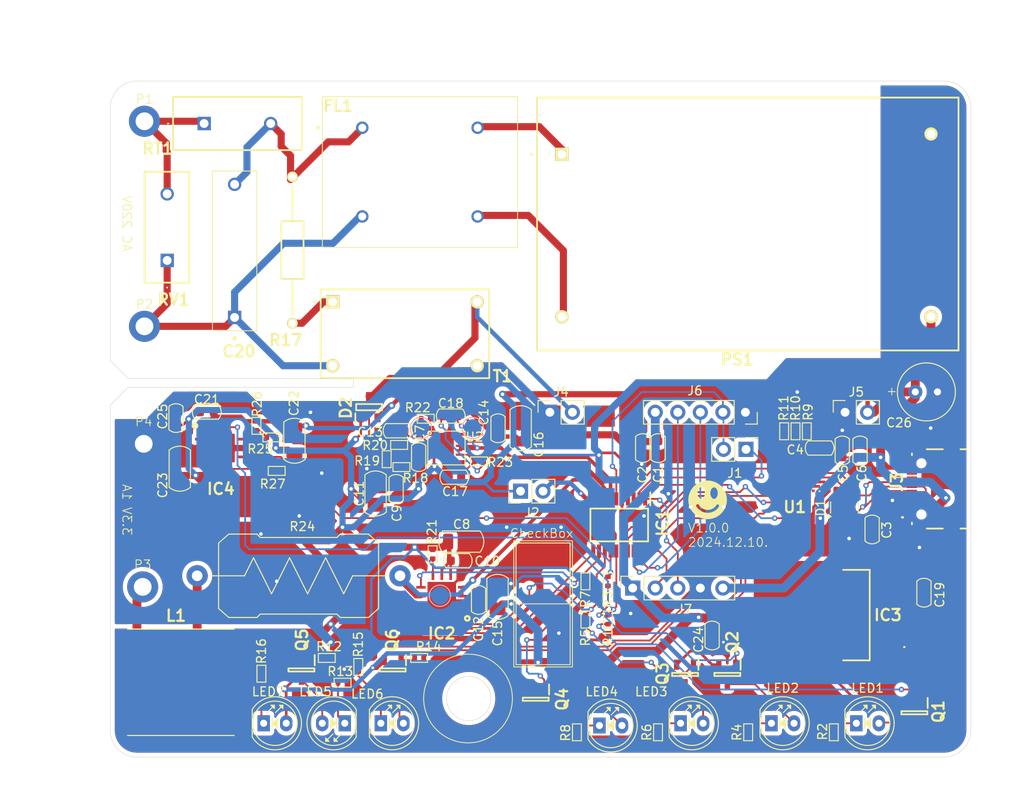
<source format=kicad_pcb>
(kicad_pcb (version 20240108) (generator "pcbnew") (generator_version "8.0")
  (layers (0 "F.Cu" signal) (31 "B.Cu" signal) (34 "B.Paste" user) (35 "F.Paste" user) (36 "B.SilkS" user "B.Silkscreen") (37 "F.SilkS" user "F.Silkscreen") (38 "B.Mask" user) (39 "F.Mask" user) (44 "Edge.Cuts" user))
  (net 0 "")
  (net 1 "GND")
  (net 2 "/analog/3V3")
  (net 3 "/interface/5V")
  (net 4 "Net-(C13-Pad1)")
  (net 5 "/analog/1V6")
  (net 6 "/analog/sigV")
  (net 7 "/mcu/1V6_TFlag")
  (net 8 "/mcu/1V6_IFlag")
  (net 9 "/analog/Z_TFlag")
  (net 10 "/analog/sigZ")
  (net 11 "/analog/Z_IFlag")
  (net 12 "/interface/STLINK_RST")
  (net 13 "/interface/PUSH_BTN")
  (net 14 "/interface/SUSPEND")
  (net 15 "/interface/SYNC")
  (net 16 "/interface/UART_CTS")
  (net 17 "/interface/STLINK_CLK")
  (net 18 "/interface/UART_TXD")
  (net 19 "/interface/UART_RXD")
  (net 20 "/interface/UART_RTS")
  (net 21 "/interface/STLINK_DIO")
  (net 22 "Net-(Q1-B)")
  (net 23 "Net-(Q2-B)")
  (net 24 "Net-(Q3-B)")
  (net 25 "Net-(Q4-B)")
  (net 26 "/analog/Vp_ssh")
  (net 27 "Net-(U1-VDD)")
  (net 28 "Net-(U2A-+)")
  (net 29 "Net-(U2A--)")
  (net 30 "Net-(U2B-+)")
  (net 31 "Net-(C18-Pad1)")
  (net 32 "Net-(D1-L2)")
  (net 33 "Net-(IC2-ISET)")
  (net 34 "/analog/V2p")
  (net 35 "Net-(IC4-+IN)")
  (net 36 "Net-(IC4-ISET)")
  (net 40 "Net-(L1-Pad2)")
  (net 41 "Net-(U1-VBUS)")
  (net 42 "Net-(U1-~{RST})")
  (net 46 "/analog/Vp_sh")
  (net 47 "/interface/Vp_h")
  (net 48 "/power/FL1_out1_sh")
  (net 49 "/power/FL1_out2_sh")
  (net 50 "/analog/Zfreed")
  (net 51 "/analog/Vn_h")
  (net 52 "Net-(Q6-B)")
  (net 54 "Net-(U1-~{RXT}{slash}GPIO.3)")
  (net 55 "Net-(U1-~{TXT}{slash}GPIO.2)")
  (net 58 "Net-(LED1-A)")
  (net 59 "Net-(LED1-K)")
  (net 60 "Net-(LED2-A)")
  (net 61 "Net-(LED2-K)")
  (net 62 "Net-(LED3-K)")
  (net 63 "Net-(LED3-A)")
  (net 64 "Net-(LED4-A)")
  (net 65 "Net-(LED4-K)")
  (net 66 "Net-(LED5-K)")
  (net 67 "Net-(LED5-A)")
  (net 68 "Net-(LED6-K)")
  (net 69 "Net-(LED6-A)")
  (net 70 "Net-(LED7-K)")
  (net 71 "Net-(Q5-B)")
  (net 72 "Net-(D1-L1)")
  (net 73 "Net-(L1-Pad1)")
  (footprint "Mouser:SOP65P640X120-20N" (layer "F.Cu") (at 159.71 112.522 -90)
    (property "Reference" "IC1")
    (property "Value" "STM32G051F8P6" (hide yes))
  )
  (footprint "PCM_Capacitor_SMD_AKL:C_0603_1608Metric" (layer "F.Cu") (at 188.214 113.027 90)
    (property "Reference" "C3")
    (property "Value" "4.7u" (hide yes))
  )
  (footprint "PCM_Capacitor_SMD_AKL:C_0603_1608Metric" (layer "F.Cu") (at 143.85 120.975 -90)
    (property "Reference" "C12")
    (property "Value" "100n" (hide yes))
  )
  (footprint "PCM_Resistor_SMD_AKL:R_0402_1005Metric" (layer "F.Cu") (at 143.912 105.362 180)
    (property "Reference" "R23")
    (property "Value" "4.99k" (hide yes))
  )
  (footprint "PCM_Capacitor_SMD_AKL:C_0603_1608Metric" (layer "F.Cu") (at 134.564 108.458 -90)
    (property "Reference" "C9")
    (property "Value" "100n" (hide yes))
  )
  (footprint "PCM_Capacitor_SMD_AKL:C_0603_1608Metric" (layer "F.Cu") (at 170.18 124.981 -90)
    (property "Reference" "C24")
    (property "Value" "10uF, 16V" (hide yes))
  )
  (footprint "PCM_Capacitor_SMD_AKL:C_1206_3216Metric" (layer "F.Cu") (at 148.6 101.625 90)
    (property "Reference" "C16")
    (property "Value" "47u" (hide yes))
  )
  (footprint "PCM_Resistor_SMD_AKL:R_0402_1005Metric" (layer "F.Cu") (at 134.9 103.5)
    (property "Reference" "R20")
    (property "Value" "16.2k" (hide yes))
  )
  (footprint "Mouser:PAD_Hole_D2mm" (layer "F.Cu") (at 106.198 67.02)
    (property "Reference" "P1")
    (property "Value" "~")
  )
  (footprint "Mouser:WE-PD_744770218" (layer "F.Cu") (at 110.3 130.25 180)
    (property "Reference" "L1")
    (property "Value" "744770218" (hide yes))
  )
  (footprint "PCM_Capacitor_SMD_AKL:C_0603_1608Metric" (layer "F.Cu") (at 184.85 104.125 -90)
    (property "Reference" "C5")
    (property "Value" "4.7u" (hide yes))
  )
  (footprint "PCM_Resistor_SMD_AKL:R_0402_1005Metric" (layer "F.Cu") (at 128.524 130.302)
    (property "Reference" "R13")
    (property "Value" "330" (hide yes))
  )
  (footprint "PCM_Resistor_SMD_AKL:R_0402_1005Metric" (layer "F.Cu") (at 135.16 106 180)
    (property "Reference" "R18")
    (property "Value" "4.64k" (hide yes))
  )
  (footprint "Connector_PinSocket_2.54mm:PinSocket_1x05_P2.54mm_Vertical" (layer "F.Cu") (at 161.234 119.634 90)
    (property "Reference" "J7")
    (property "Value" "Conn_01x05")
  )
  (footprint "Connector_PinSocket_2.54mm:PinSocket_1x02_P2.54mm_Vertical" (layer "F.Cu") (at 185.166 99.822 90)
    (property "Reference" "J5")
    (property "Value" "PINHD_1x2_Female")
  )
  (footprint "Mouser:NTC10D11" (layer "F.Cu") (at 112.922 67.274)
    (property "Reference" "RT1")
    (property "Value" "NTC10D-11" (hide yes))
  )
  (footprint "Connector_PinSocket_2.54mm:PinSocket_1x05_P2.54mm_Vertical" (layer "F.Cu") (at 173.934 99.822 -90)
    (property "Reference" "J6")
    (property "Value" "Conn_01x05" (hide yes))
  )
  (footprint "Mouser:SOT95P237X125-3N" (layer "F.Cu") (at 150.302 132.164 -90)
    (property "Reference" "Q4")
    (property "Value" "SMMBT3906LT3G" (hide yes))
  )
  (footprint "PCM_Capacitor_SMD_AKL:C_0603_1608Metric" (layer "F.Cu") (at 141.504 116.55 180)
    (property "Reference" "C10")
    (property "Value" "100n" (hide yes))
  )
  (footprint "PCM_LED_THT_AKL:LED_D5.0mm" (layer "F.Cu") (at 119.634 134.874)
    (property "Reference" "LED7")
    (property "Value" "LED_5mm" (hide yes))
  )
  (footprint "Mouser:HLK15M05C" (layer "F.Cu") (at 153.25 70.75)
    (property "Reference" "PS1")
    (property "Value" "HLK-15M05C" (hide yes))
  )
  (footprint "PCM_LED_THT_AKL:LED_D5.0mm" (layer "F.Cu") (at 176.868666 134.874)
    (property "Reference" "LED2")
    (property "Value" "LED_5mm" (hide yes))
  )
  (footprint "PCM_Package_DFN_QFN_AKL:DFN-8-1EP_3x3mm_P0.5mm_EP1.66x2.38mm" (layer "F.Cu") (at 140.234 103.85)
    (property "Reference" "U2")
    (property "Value" "ADA4661-2ACPZ-RL" (hide yes))
  )
  (footprint "PCM_Capacitor_SMD_AKL:C_1206_3216Metric" (layer "F.Cu") (at 110.18 106.172 -90)
    (property "Reference" "C23")
    (property "Value" "47u" (hide yes))
  )
  (footprint "PCM_Resistor_SMD_AKL:R_0402_1005Metric" (layer "F.Cu") (at 155.9 123.192 -90)
    (property "Reference" "R5")
    (property "Value" "1k" (hide yes))
  )
  (footprint "Mouser:ktw07182_logo" (layer "F.Cu") (at 169.672 109.728)
    (property "Reference" "Symbol1" (hide yes))
    (property "Value" "ktw07182@gmail.com" (hide yes))
  )
  (footprint "Connector_PinSocket_2.54mm:PinSocket_1x02_P2.54mm_Vertical" (layer "F.Cu") (at 151.892 99.822 90)
    (property "Reference" "J4")
    (property "Value" "PINHD_1x2_Female")
  )
  (footprint "PCM_LED_THT_AKL:LED_D5.0mm" (layer "F.Cu") (at 186.436 134.874)
    (property "Reference" "LED1")
    (property "Value" "LED_5mm" (hide yes))
  )
  (footprint "PCM_Resistor_SMD_AKL:R_0402_1005Metric" (layer "F.Cu") (at 121.1 106.426)
    (property "Reference" "R27")
    (property "Value" "7.68k" (hide yes))
  )
  (footprint "PCM_LED_THT_AKL:LED_D5.0mm" (layer "F.Cu") (at 132.842 134.874)
    (property "Reference" "LED6")
    (property "Value" "LED_5mm" (hide yes))
  )
  (footprint "PCM_Resistor_SMD_AKL:R_0402_1005Metric" (layer "F.Cu") (at 130.302 128.526 90)
    (property "Reference" "R15")
    (property "Value" "330" (hide yes))
  )
  (footprint "PCM_Resistor_SMD_AKL:R_0402_1005Metric" (layer "F.Cu") (at 179.578 101.96 -90)
    (property "Reference" "R10")
    (property "Value" "47.5k" (hide yes))
  )
  (footprint "PCM_Capacitor_SMD_AKL:C_0603_1608Metric" (layer "F.Cu") (at 164.1 103.858 90)
    (property "Reference" "C1")
    (property "Value" "1u" (hide yes))
  )
  (footprint "Connector_PinHeader_2.54mm:PinHeader_1x02_P2.54mm_Vertical" (layer "F.Cu") (at 148.585 108.712 90)
    (property "Reference" "J2")
    (property "Value" "Conn_01x02" (hide yes))
  )
  (footprint "PCM_Capacitor_SMD_AKL:C_0603_1608Metric" (layer "F.Cu") (at 137.1 104.875 90)
    (property "Reference" "C7")
    (property "Value" "10n" (hide yes))
  )
  (footprint "PCM_Capacitor_SMD_AKL:C_0603_1608Metric" (layer "F.Cu") (at 140.725 100.25)
    (property "Reference" "C18")
    (property "Value" "82n" (hide yes))
  )
  (footprint "PCM_Resistor_SMD_AKL:R_0402_1005Metric" (layer "F.Cu") (at 137.9 100.55)
    (property "Reference" "R22")
    (property "Value" "2.37k" (hide yes))
  )
  (footprint "Mouser:SOT95P237X125-3N" (layer "F.Cu") (at 171.892 129.37 -90)
    (property "Reference" "Q2")
    (property "Value" "SMMBT3906LT3G" (hide yes))
  )
  (footprint "PCM_Capacitor_SMD_AKL:C_0603_1608Metric" (layer "F.Cu") (at 194.056 120.155 -90)
    (property "Reference" "C19")
    (property "Value" "10uF, 16V" (hide yes))
  )
  (footprint "PCM_Capacitor_SMD_AKL:C_0603_1608Metric" (layer "F.Cu") (at 141.12 107.14)
    (property "Reference" "C17")
    (property "Value" "15n" (hide yes))
  )
  (footprint "PCM_Resistor_SMD_AKL:R_0402_1005Metric" (layer "F.Cu") (at 155.9 118.874 -90)
    (property "Reference" "R7")
    (property "Value" "1k" (hide yes))
  )
  (footprint "PCM_Capacitor_SMD_AKL:C_1206_3216Metric" (layer "F.Cu") (at 145.994 120.637 90)
    (property "Reference" "C15")
    (property "Value" "47u" (hide yes))
  )
  (footprint "PCM_Resistor_SMD_AKL:R_0402_1005Metric" (layer "F.Cu") (at 158.44 123.192 -90)
    (property "Reference" "R1")
    (property "Value" "1k" (hide yes))
  )
  (footprint "Package_TO_SOT_SMD:SOT-143_Handsoldering" (layer "F.Cu") (at 185.1 110.562 90)
    (property "Reference" "D1")
    (property "Value" "CD143A-SR05")
  )
  (footprint "Mouser:PAD_Hole_D2mm" (layer "F.Cu") (at 106.116 103.378)
    (property "Reference" "P4")
    (property "Value" "~")
  )
  (footprint "PCM_Resistor_SMD_AKL:R_0402_1005Metric" (layer "F.Cu") (at 154.94 135.892 -90)
    (property "Reference" "R8")
    (property "Value" "330" (hide yes))
  )
  (footprint "PCM_Capacitor_SMD_AKL:C_0603_1608Metric" (layer "F.Cu") (at 134.725 101.9)
    (property "Reference" "C13")
    (property "Value" "15n" (hide yes))
  )
  (footprint "Mouser:QFN100P500X500X100-13N-D" (layer "F.Cu") (at 139.71 120.55 180)
    (property "Reference" "IC2")
    (property "Value" "OPA567AIRHGT" (hide yes))
  )
  (footprint "PCM_Resistor_THT_US_AKL:R_Axial_DIN0918_L18.0mm_D9.0mm_P22.86mm_Horizontal" (layer "F.Cu") (at 135 118.25 180)
    (property "Reference" "R24")
    (property "Value" "3.3" (hide yes))
  )
  (footprint "PCM_Capacitor_SMD_AKL:C_0603_1608Metric" (layer "F.Cu") (at 109.75 100.475 90)
    (property "Reference" "C25")
    (property "Value" "100n" (hide yes))
  )
  (footprint "Mouser:SOT95P240X120-3N" (layer "F.Cu") (at 131.516 99.244 90)
    (property "Reference" "D2")
    (property "Value" "BAT54S" (hide yes))
  )
  (footprint "Mouser:ZMPT1071" (layer "F.Cu") (at 127.408 87.376)
    (property "Reference" "T1")
    (property "Value" "ZMPT107-1" (hide yes))
  )
  (footprint "PCM_Capacitor_SMD_AKL:C_0603_1608Metric" (layer "F.Cu") (at 113.225 99.8)
    (property "Reference" "C21")
    (property "Value" "100n" (hide yes))
  )
  (footprint "PCM_LED_THT_AKL:LED_D5.0mm" (layer "F.Cu") (at 166.624 134.874)
    (property "Reference" "LED3")
    (property "Value" "LED_5mm" (hide yes))
  )
  (footprint "PCM_Resistor_SMD_AKL:R_0402_1005Metric" (layer "F.Cu") (at 138.684 115.822 -90)
    (property "Reference" "R21")
    (property "Value" "7.68k" (hide yes))
  )
  (footprint "PCM_Resistor_SMD_AKL:R_0402_1005Metric" (layer "F.Cu") (at 119.38 129.288 90)
    (property "Reference" "R16")
    (property "Value" "330" (hide yes))
  )
  (footprint "Mouser:LD1085D2T33R" (layer "F.Cu") (at 179.7445 122.682 180)
    (property "Reference" "IC3")
    (property "Value" "LD1085D2T33R" (hide yes))
  )
  (footprint "PCM_Capacitor_SMD_AKL:C_0603_1608Metric" (layer "F.Cu") (at 146.05 101.625 -90)
    (property "Reference" "C14")
    (property "Value" "100n" (hide yes))
  )
  (footprint "PCM_Resistor_SMD_AKL:R_0402_1005Metric" (layer "F.Cu") (at 164.084 135.892 -90)
    (property "Reference" "R6")
    (property "Value" "330" (hide yes))
  )
  (footprint "PCM_LED_THT_AKL:LED_D5.0mm" (layer "F.Cu") (at 128.778 134.874 180)
    (property "Reference" "LED5")
    (property "Value" "LED_5mm" (hide yes))
  )
  (footprint "Connector_PinHeader_2.54mm:PinHeader_1x02_P2.54mm_Vertical" (layer "F.Cu") (at 174 104 -90)
    (property "Reference" "J1")
    (property "Value" "Conn_01x02" (hide yes))
  )
  (footprint "PCM_Resistor_SMD_AKL:R_0402_1005Metric" (layer "F.Cu") (at 158.44 118.874 -90)
    (property "Reference" "R3")
    (property "Value" "1k" (hide yes))
  )
  (footprint "Mouser:GSB1C41110SSHR" (layer "F.Cu") (at 196.088 108.458 90)
    (property "Reference" "J3")
    (property "Value" "GSB1C41110SSHR" (hide yes))
  )
  (footprint "PCM_Resistor_SMD_AKL:R_0402_1005Metric" (layer "F.Cu") (at 133.5 105.108 90)
    (property "Reference" "R19")
    (property "Value" "12.7k" (hide yes))
  )
  (footprint "PCM_Capacitor_SMD_AKL:C_1206_3216Metric" (layer "F.Cu") (at 141.9 114.4)
    (property "Reference" "C8")
    (property "Value" "47u" (hide yes))
  )
  (footprint "Mouser:PAD_Hole_D2mm" (layer "F.Cu") (at 106.198 90.134)
    (property "Reference" "P2")
    (property "Value" "~")
  )
  (footprint "Mouser:SOT95P237X125-3N" (layer "F.Cu") (at 167.132 129.37 -90)
    (property "Reference" "Q3")
    (property "Value" "SMMBT3906LT3G" (hide yes))
  )
  (footprint "PCM_Resistor_SMD_AKL:R_0402_1005Metric" (layer "F.Cu") (at 174.244 135.892 -90)
    (property "Reference" "R4")
    (property "Value" "330" (hide yes))
  )
  (footprint "PCM_Resistor_SMD_AKL:R_0402_1005Metric" (layer "F.Cu") (at 180.85 101.96 90)
    (property "Reference" "R9")
    (property "Value" "22.1k" (hide yes))
  )
  (footprint "Mouser:RESAD1650W60L650D250" (layer "F.Cu") (at 122.88 73.284 -90)
    (property "Reference" "R17")
    (property "Value" "1MΩ 1W" (hide yes))
  )
  (footprint "Mouser:MOV10D391K" (layer "F.Cu") (at 108.758 82.708 90)
    (property "Reference" "RV1")
    (property "Value" "MOV-10D391K" (hide yes))
  )
  (footprint "PCM_Capacitor_SMD_AKL:C_1206_3216Metric" (layer "F.Cu") (at 123.1 103.025 -90)
    (property "Reference" "C22")
    (property "Value" "47u" (hide yes))
  )
  (footprint "PCM_Resistor_SMD_AKL:R_0402_1005Metric" (layer "F.Cu") (at 120.5 102.65)
    (property "Reference" "R25")
    (property "Value" "7.68k" (hide yes))
  )
  (footprint "PCM_Capacitor_SMD_AKL:C_0603_1608Metric" (layer "F.Cu") (at 186.85 104.125 -90)
    (property "Reference" "C6")
    (property "Value" "100n" (hide yes))
  )
  (footprint "PCM_Resistor_SMD_AKL:R_0402_1005Metric" (layer "F.Cu") (at 178.3 101.96 90)
    (property "Reference" "R11")
    (property "Value" "1k" (hide yes))
  )
  (footprint "PCM_Capacitor_SMD_AKL:C_1206_3216Metric" (layer "F.Cu") (at 132.25 108.979 90)
    (property "Reference" "C11")
    (property "Value" "47u" (hide yes))
  )
  (footprint "PCM_Capacitor_SMD_AKL:C_0603_1608Metric" (layer "F.Cu") (at 162.35 103.858 90)
    (property "Reference" "C2")
    (property "Value" "100n" (hide yes))
  )
  (footprint "PCM_Resistor_SMD_AKL:R_0402_1005Metric" (layer "F.Cu") (at 183.896 135.892 -90)
    (property "Reference" "R2")
    (property "Value" "330" (hide yes))
  )
  (footprint "Mouser:SOT95P237X125-3N" (layer "F.Cu") (at 134.178 128.862 -90)
    (property "Reference" "Q6")
    (property "Value" "SMMBT3906LT3G" (hide yes))
  )
  (footprint "Mouser:SOT95P237X125-3N" (layer "F.Cu") (at 192.974 133.688 -90)
    (property "Reference" "Q1")
    (property "Value" "SMMBT3906LT3G" (hide yes))
  )
  (footprint "Capacitor_THT:C_Radial_D6.3mm_H11.0mm_P2.50mm" (layer "F.Cu") (at 193.08 97.524)
    (property "Reference" "C26")
    (property "Value" "220uF 16V 105℃")
  )
  (footprint "PCM_Resistor_SMD_AKL:R_0402_1005Metric" (layer "F.Cu") (at 118.816 101.344 -90)
    (property "Reference" "R26")
    (property "Value" "7.68k" (hide yes))
  )
  (footprint "PCM_Capacitor_SMD_AKL:C_0603_1608Metric" (layer "F.Cu") (at 182.3 103.85 180)
    (property "Reference" "C4")
    (property "Value" "100n" (hide yes))
  )
  (footprint "Mouser:PAD_Hole_D2mm" (layer "F.Cu") (at 106 119.5)
    (property "Reference" "P3")
    (property "Value" "~")
  )
  (footprint "Mouser:B32922X__18_X_5_" (layer "F.Cu") (at 116.358 89.132 90)
    (property "Reference" "C20")
    (property "Value" "X2-15B( 0.1uF / 275V)" (hide yes))
  )
  (footprint "Mouser:CP2102NA02GQFN20" (layer "F.Cu") (at 180.34 107.421 180)
    (property "Reference" "U1")
    (property "Value" "CP2102N-A02-GQFN20" (hide yes))
  )
  (footprint "PCM_Resistor_SMD_AKL:R_0402_1005Metric" (layer "F.Cu") (at 126.748 127.508)
    (property "Reference" "R12")
    (property "Value" "1k" (hide yes))
  )
  (footprint "PCM_Resistor_SMD_AKL:R_0402_1005Metric" (layer "F.Cu") (at 137.158 127.508)
    (property "Reference" "R14")
    (property "Value" "1k" (hide yes))
  )
  (footprint "PCM_LED_THT_AKL:LED_D5.0mm" (layer "F.Cu") (at 157.48 135.128)
    (property "Reference" "LED4")
    (property "Value" "LED_5mm" (hide yes))
  )
  (footprint "Mouser:SSHB10HSR11100" (layer "F.Cu") (at 130.75 67.75)
    (property "Reference" "FL1")
    (property "Value" "SS21V-R110100" (hide yes))
  )
  (footprint "Mouser:SOT95P237X125-3N" (layer "F.Cu") (at 123.886 128.862 -90)
    (property "Reference" "Q5")
    (property "Value" "SMMBT3906LT3G" (hide yes))
  )
  (footprint "Mouser:QFN100P500X500X100-13N-D" (layer "F.Cu") (at 114.77 103.85)
    (property "Reference" "IC4")
    (property "Value" "OPA567AIRHGT" (hide yes))
  )
  (footprint "TestPoint:TestPoint_Pad_D2.0mm" (layer "B.Cu") (at 137.358 101.6 90)
    (property "Reference" "TP1" (hide yes))
    (property "Value" "Vf")
  )
  (footprint "TestPoint:TestPoint_Pad_D2.0mm" (layer "B.Cu") (at 139.5 120.5 180)
    (property "Reference" "TP2" (hide yes))
    (property "Value" "Z")
  )
  (footprint "TestPoint:TestPoint_Pad_D2.0mm" (layer "B.Cu") (at 143.2 101.6 90)
    (property "Reference" "TP3" (hide yes))
    (property "Value" "V")
  )
  (gr_rect (start 147.828 114.3) (end 154.432 128.524) (stroke (width 0.1)) (fill none) (layer "F.SilkS"))
  (gr_circle (center 142.668 132.08) (end 147.668 132.08) (stroke (width 0.1)) (fill none) (layer "F.SilkS"))
  (gr_rect (start 148.082 114.554) (end 154.178 128.27) (stroke (width 0.1)) (fill none) (layer "F.SilkS"))
  (gr_rect (start 148.082 114.554) (end 154.178 121.412) (stroke (width 0.1)) (fill none) (layer "F.SilkS"))
  (gr_line (start 129.75 96) (end 104.35872 96) (stroke (width 0.05)) (layer "Edge.Cuts"))
  (gr_line (start 199.334 65.484) (end 199.334 135.684) (stroke (width 0.05)) (layer "Edge.Cuts"))
  (gr_line (start 104.35872 96) (end 102.35872 94) (stroke (width 0.05)) (layer "Edge.Cuts"))
  (gr_line (start 102.35872 99) (end 104.35872 97) (stroke (width 0.05)) (layer "Edge.Cuts"))
  (gr_arc (start 196.334 62.484) (mid 198.45532 63.36268) (end 199.334 65.484) (stroke (width 0.05)) (layer "Edge.Cuts"))
  (gr_arc (start 199.334 135.684) (mid 198.45532 137.80532) (end 196.334 138.684) (stroke (width 0.05)) (layer "Edge.Cuts"))
  (gr_line (start 105.35872 62.484) (end 196.334 62.484) (stroke (width 0.05)) (layer "Edge.Cuts"))
  (gr_circle (center 142.748 132.08) (end 145.248 132.08) (stroke (width 0.05)) (fill none) (layer "Edge.Cuts"))
  (gr_line (start 129.75 97) (end 104.35872 97) (stroke (width 0.05)) (layer "Edge.Cuts"))
  (gr_arc (start 105.35872 138.684) (mid 103.237387 137.805327) (end 102.35872 135.684) (stroke (width 0.05)) (layer "Edge.Cuts"))
  (gr_line (start 102.35872 65.484) (end 102.35872 94) (stroke (width 0.05)) (layer "Edge.Cuts"))
  (gr_line (start 129.75 96) (end 129.75 97) (stroke (width 0.05)) (layer "Edge.Cuts"))
  (gr_arc (start 102.35872 65.484) (mid 103.2374 63.36268) (end 105.35872 62.484) (stroke (width 0.05)) (layer "Edge.Cuts"))
  (gr_line (start 196.334 138.684) (end 105.35872 138.684) (stroke (width 0.05)) (layer "Edge.Cuts"))
  (gr_line (start 102.35872 135.684) (end 102.35872 99) (stroke (width 0.05)) (layer "Edge.Cuts"))
  (gr_text "3.3V 1A" (at 103.632 113.792 -90) (layer "F.SilkS") (effects (font (size 1 1) (thickness 0.1)) (justify left bottom mirror)))
  (gr_text "V1.0.0 \n2024.12.10." (at 167.386 115.062 0) (layer "F.SilkS") (effects (font (size 1 1) (thickness 0.1)) (justify left bottom)))
  (gr_text "CheckBox" (at 147.32 114.046 0) (layer "F.SilkS") (effects (font (size 1 1) (thickness 0.1)) (justify left bottom)))
  (gr_text "AC 220V" (at 103.632 81.788 -90) (layer "F.SilkS") (effects (font (size 1 1) (thickness 0.1)) (justify left bottom mirror)))
  (gr_text "+" (at 189.75 98 0) (layer "F.SilkS") (effects (font (size 1 1) (thickness 0.1)) (justify left bottom)))
  (segment (start 134.564 108.91) (end 136.652 108.91) (width 0.6) (layer "F.Cu") (net 1))
  (segment (start 190.698 125.222) (end 192.17 123.75) (width 0.3) (layer "F.Cu") (net 1))
  (segment (start 191.749 103.326) (end 197.302 103.326) (width 0.3) (layer "F.Cu") (net 1))
  (segment (start 153.868 124.714) (end 152.908 124.714) (width 0.3) (layer "F.Cu") (net 1))
  (segment (start 194.056 121.158) (end 194.564 121.666) (width 0.3) (layer "F.Cu") (net 1))
  (segment (start 140.55 114.525) (end 140.425 114.4) (width 0.5) (layer "F.Cu") (net 1))
  (segment (start 174.244 136.402) (end 164.084 136.402) (width 0.3) (layer "F.Cu") (net 1))
  (segment (start 133.72 109.754) (end 134.564 108.91) (width 0.6) (layer "F.Cu") (net 1))
  (segment (start 170.18 125.756) (end 171.424 125.756) (width 0.3) (layer "F.Cu") (net 1))
  (segment (start 184.856 103.378) (end 184.856 100.132) (width 0.3) (layer "F.Cu") (net 1))
  (segment (start 119.38 128.778) (end 119.472 128.778) (width 0.3) (layer "F.Cu") (net 1))
  (segment (start 191.174 105.246) (end 192.797 105.246) (width 0.3) (layer "F.Cu") (net 1))
  (segment (start 126.182 124.714) (end 127.96 122.936) (width 0.8) (layer "F.Cu") (net 1))
  (segment (start 157.932 125.476) (end 160.98 122.428) (width 0.3) (layer "F.Cu") (net 1))
  (segment (start 111.958 106.934) (end 116.276 111.252) (width 0.8) (layer "F.Cu") (net 1))
  (segment (start 185.37 114.052) (end 188.214 114.052) (width 0.3) (layer "F.Cu") (net 1))
  (segment (start 192.643 112.948) (end 193.273 113.578) (width 0.3) (layer "F.Cu") (net 1))
  (segment (start 130.78 109.754) (end 129.484 108.458) (width 0.6) (layer "F.Cu") (net 1))
  (segment (start 129.034 130.302) (end 129.034 129.09) (width 0.3) (layer "F.Cu") (net 1))
  (segment (start 192.17 123.75) (end 192.48 123.75) (width 0.3) (layer "F.Cu") (net 1))
  (segment (start 121.61 107.188) (end 121.102 107.696) (width 0.8) (layer "F.Cu") (net 1))
  (segment (start 157.678 104.394) (end 157.424 104.648) (width 0.3) (layer "F.Cu") (net 1))
  (segment (start 122.45 103.85) (end 121 103.85) (width 0.3) (layer "F.Cu") (net 1))
  (segment (start 127.96 118.11) (end 121.102 111.252) (width 0.8) (layer "F.Cu") (net 1))
  (segment (start 160.5 111.5) (end 162.5 111.5) (width 0.3) (layer "F.Cu") (net 1))
  (segment (start 110.18 106.947) (end 113.023 106.947) (width 0.8) (layer "F.Cu") (net 1))
  (segment (start 129.484 128.016) (end 130.302 128.016) (width 0.3) (layer "F.Cu") (net 1))
  (segment (start 119.472 128.778) (end 120 128.25) (width 0.3) (layer "F.Cu") (net 1))
  (segment (start 109.75 101.25) (end 110.53 101.25) (width 0.3) (layer "F.Cu") (net 1))
  (segment (start 179.578 97.734) (end 179.578 101.45) (width 0.3) (layer "F.Cu") (net 1))
  (segment (start 196.088 118.86) (end 197.302 117.646) (width 0.3) (layer "F.Cu") (net 1))
  (segment (start 121.25 127) (end 123.536 124.714) (width 0.8) (layer "F.Cu") (net 1))
  (segment (start 162.504 104.338) (end 162.504 105.41) (width 0.3) (layer "F.Cu") (net 1))
  (segment (start 186.337 103.4) (end 184.878 103.4) (width 0.3) (layer "F.Cu") (net 1))
  (segment (start 139.71 117.569) (end 139.71 118.2) (width 0.3) (layer "F.Cu") (net 1))
  (segment (start 183.822 103.378) (end 183.081 104.119) (width 0.3) (layer "F.Cu") (net 1))
  (segment (start 138.834 104.6) (end 138.834 105.87) (width 0.3) (layer "F.Cu") (net 1))
  (segment (start 165.322 122.428) (end 168.116 119.634) (width 0.3) (layer "F.Cu") (net 1))
  (segment (start 128.722 128.778) (end 128.722 129.032) (width 0.3) (layer "F.Cu") (net 1))
  (segment (start 184.856 100.132) (end 185.166 99.822) (width 0.3) (layer "F.Cu") (net 1))
  (segment (start 193.548 115.062) (end 193.548 112.397) (width 0.3) (layer "F.Cu") (net 1))
  (segment (start 121.61 106.426) (end 121.61 107.188) (width 0.8) (layer "F.Cu") (net 1))
  (segment (start 184.33 113.012) (end 185.37 114.052) (width 0.3) (layer "F.Cu") (net 1))
  (segment (start 181.61 113.03) (end 182.372 113.792) (width 0.3) (layer "F.Cu") (net 1))
  (segment (start 179.59 106.671) (end 180.34 107.421) (width 0.3) (layer "F.Cu") (net 1))
  (segment (start 121 103.85) (end 121 102.66) (width 0.3) (layer "F.Cu") (net 1))
  (segment (start 114.77 106.2) (end 113.77 106.2) (width 0.5) (layer "F.Cu") (net 1))
  (segment (start 123.536 124.714) (end 126.182 124.714) (width 0.8) (layer "F.Cu") (net 1))
  (segment (start 182.372 113.792) (end 183.642 113.792) (width 0.3) (layer "F.Cu") (net 1))
  (segment (start 184.878 103.4) (end 184.856 103.378) (width 0.3) (layer "F.Cu") (net 1))
  (segment (start 160.035 109.584) (end 160.035 111.035) (width 0.3) (layer "F.Cu") (net 1))
  (segment (start 154.63 125.476) (end 157.932 125.476) (width 0.3) (layer "F.Cu") (net 1))
  (segment (start 160.98 122.428) (end 165.322 122.428) (width 0.3) (layer "F.Cu") (net 1))
  (segment (start 140.55 116.371) (end 140.55 114.525) (width 0.5) (layer "F.Cu") (net 1))
  (segment (start 160.5 98) (end 172.112 98) (width 0.3) (layer "F.Cu") (net 1))
  (segment (start 193.548 112.397) (end 192.797 111.646) (width 0.3) (layer "F.Cu") (net 1))
  (segment (start 130.566 102.296) (end 129.992 102.87) (width 0.3) (layer "F.Cu") (net 1))
  (segment (start 130.566 100.444) (end 130.566 102.296) (width 0.3) (layer "F.Cu") (net 1))
  (segment (start 191.174 103.901) (end 191.749 103.326) (width 0.3) (layer "F.Cu") (net 1))
  (segment (start 194.056 120.93) (end 194.056 121.158) (width 0.3) (layer "F.Cu") (net 1))
  (segment (start 138.834 105.87) (end 138.882 105.918) (width 0.3) (layer "F.Cu") (net 1))
  (segment (start 162.504 104.479) (end 162.504 104.338) (width 0.3) (layer "F.Cu") (net 1))
  (segment (start 184.856 103.378) (end 183.822 103.378) (width 0.3) (layer "F.Cu") (net 1))
  (segment (start 182.799 107.671) (end 183.388 108.26) (width 0.3) (layer "F.Cu") (net 1))
  (segment (start 160.035 105.227) (end 159.202 104.394) (width 0.3) (layer "F.Cu") (net 1))
  (segment (start 183.896 136.402) (end 174.244 136.402) (width 0.3) (layer "F.Cu") (net 1))
  (segment (start 116.276 111.252) (end 121.102 111.252) (width 0.8) (layer "F.Cu") (net 1))
  (segment (start 130.774 115.026) (end 128.524 112.776) (width 0.8) (layer "F.Cu") (net 1))
  (segment (start 140.425 114.4) (end 139.799 115.026) (width 0.8) (layer "F.Cu") (net 1))
  (segment (start 193.372 103.326) (end 193.372 103.046) (width 0.3) (layer "F.Cu") (net 1))
  (segment (start 140.729 116.55) (end 140.55 116.371) (width 0.5) (layer "F.Cu") (net 1))
  (segment (start 165.25 109.75) (end 165.25 109) (width 0.3) (layer "F.Cu") (net 1))
  (segment (start 171.5 110.5) (end 167.75 110.5) (width 0.3) (layer "F.Cu") (net 1))
  (segment (start 120 128.25) (end 121.25 127) (width 0.7) (layer "F.Cu") (net 1))
  (segment (start 183.388 108.26) (end 183.388 108.712) (width 0.3) (layer "F.Cu") (net 1))
  (segment (start 136.652 108.91) (end 137.104 108.458) (width 0.6) (layer "F.Cu") (net 1))
  (segment (start 184.33 111.662) (end 184.33 113.012) (width 0.3) (layer "F.Cu") (net 1))
  (segment (start 196.088 120.142) (end 196.088 118.86) (width 0.3) (layer "F.Cu") (net 1))
  (segment (start 162.504 105.41) (end 162.25 105.664) (width 0.3) (layer "F.Cu") (net 1))
  (segment (start 194.564 121.666) (end 196.088 120.142) (width 0.3) (layer "F.Cu") (net 1))
  (segment (start 163.5 111.5) (end 165.25 109.75) (width 0.3) (layer "F.Cu") (net 1))
  (segment (start 173.934 99.822) (end 171.902 97.79) (width 0.7) (layer "F.Cu") (net 1))
  (segment (start 181.89 107.671) (end 182.799 107.671) (width 0.3) (layer "F.Cu") (net 1))
  (segment (start 127 114.3) (end 124.15 114.3) (width 0.8) (layer "F.Cu") (net 1))
  (segment (start 179.776 97.536) (end 179.578 97.734) (width 0.3) (layer "F.Cu") (net 1))
  (segment (start 181.61 110.49) (end 181.61 113.03) (width 0.3) (layer "F.Cu") (net 1))
  (segment (start 127.96 122.936) (end 127.96 118.11) (width 0.8) (layer "F.Cu") (net 1))
  (segment (start 140.729 116.55) (end 139.71 117.569) (width 0.3) (layer "F.Cu") (net 1))
  (segment (start 128.524 112.776) (end 127 114.3) (width 0.8) (layer "F.Cu") (net 1))
  (segment (start 113.023 106.947) (end 113.77 106.2) (width 1) (layer "F.Cu") (net 1))
  (segment (start 111.98 99.8) (end 112.45 99.8) (width 0.3) (layer "F.Cu") (net 1))
  (segment (start 180.59 107.671) (end 180.34 107.421) (width 0.3) (layer "F.Cu") (net 1))
  (segment (start 171.902 97.79) (end 146.558 97.79) (width 0.7) (layer "F.Cu") (net 1))
  (segment (start 183.642 113.792) (end 184.33 113.104) (width 0.3) (layer "F.Cu") (net 1))
  (segment (start 132.532 109.754) (end 130.78 109.754) (width 0.6) (layer "F.Cu") (net 1))
  (segment (start 192.643 111.658) (end 192.643 112.948) (width 0.3) (layer "F.Cu") (net 1))
  (segment (start 193.372 103.046) (end 194.818 101.6) (width 0.3) (layer "F.Cu") (net 1))
  (segment (start 159.202 104.394) (end 157.678 104.394) (width 0.3) (layer "F.Cu") (net 1))
  (segment (start 160.035 109.584) (end 160.035 105.227) (width 0.3) (layer "F.Cu") (net 1))
  (segment (start 162.766 104.6) (end 164.067 104.6) (width 0.3) (layer "F.Cu") (net 1))
  (segment (start 186.634 103.103) (end 186.337 103.4) (width 0.3) (layer "F.Cu") (net 1))
  (segment (start 172.112 98) (end 173.934 99.822) (width 0.3) (layer "F.Cu") (net 1))
  (segment (start 168.116 119.634) (end 168.854 119.634) (width 0.3) (layer "F.Cu") (net 1))
  (segment (start 178.79 106.671) (end 179.59 106.671) (width 0.3) (layer "F.Cu") (net 1))
  (segment (start 160.035 111.035) (end 160.5 111.5) (width 0.3) (layer "F.Cu") (net 1))
  (segment (start 171.424 125.756) (end 171.45 125.73) (width 0.3) (layer "F.Cu") (net 1))
  (segment (start 129.034 129.09) (end 128.722 128.778) (width 0.3) (layer "F.Cu") (net 1))
  (segment (start 110.53 101.25) (end 111.98 99.8) (width 0.3) (layer "F.Cu") (net 1))
  (segment (start 121.102 107.696) (end 121.102 111.252) (width 0.8) (layer "F.Cu") (net 1))
  (segment (start 122.626 112.776) (end 124.15 114.3) (width 0.3) (layer "F.Cu") (net 1))
  (segment (start 162.5 111.5) (end 163.5 111.5) (width 0.3) (layer "F.Cu") (net 1))
  (segment (start 128.722 128.778) (end 129.484 128.016) (width 0.3) (layer "F.Cu") (net 1))
  (segment (start 190.0195 125.222) (end 190.698 125.222) (width 0.3) (layer "F.Cu") (net 1))
  (segment (start 197.302 117.646) (end 197.302 113.566) (width 0.3) (layer "F.Cu") (net 1))
  (segment (start 140.71 118.2) (end 140.71 116.864) (width 0.3) (layer "F.Cu") (net 1))
  (segment (start 139.799 115.026) (end 130.774 115.026) (width 0.8) (layer "F.Cu") (net 1))
  (segment (start 192.48 123.75) (end 194.564 121.666) (width 0.3) (layer "F.Cu") (net 1))
  (segment (start 121 102.66) (end 121.01 102.65) (width 0.3) (layer "F.Cu") (net 1))
  (segment (start 184.33 113.104) (end 184.33 113.012) (width 0.3) (layer "F.Cu") (net 1))
  (segment (start 162.504 104.338) (end 162.766 104.6) (width 0.3) (layer "F.Cu") (net 1))
  (segment (start 162.35 104.633) (end 162.504 104.479) (width 0.3) (layer "F.Cu") (net 1))
  (segment (start 132.532 109.754) (end 133.72 109.754) (width 0.6) (layer "F.Cu") (net 1))
  (segment (start 183.388 108.712) (end 181.61 110.49) (width 0.3) (layer "F.Cu") (net 1))
  (segment (start 181.89 107.671) (end 180.59 107.671) (width 0.3) (layer "F.Cu") (net 1))
  (segment (start 164.067 104.6) (end 164.1 104.633) (width 0.3) (layer "F.Cu") (net 1))
  (segment (start 153.868 124.714) (end 154.63 125.476) (width 0.3) (layer "F.Cu") (net 1))
  (segment (start 191.174 105.246) (end 191.174 103.901) (width 0.3) (layer "F.Cu") (net 1))
  (segment (start 164.084 136.402) (end 154.94 136.402) (width 0.3) (layer "F.Cu") (net 1))
  (segment (start 123.1 104.5) (end 122.45 103.85) (width 0.3) (layer "F.Cu") (net 1))
  (via (at 193.548 115.062) (size 0.8) (drill 0.4) (layers "F.Cu" "B.Cu") (net 1))
  (via (at 127.198 123.698) (size 0.8) (drill 0.4) (layers "F.Cu" "B.Cu") (net 1))
  (via (at 128.524 112.776) (size 0.8) (drill 0.4) (layers "F.Cu" "B.Cu") (net 1))
  (via (at 194.818 101.6) (size 0.8) (drill 0.4) (layers "F.Cu" "B.Cu") (net 1))
  (via (at 138.882 105.918) (size 0.8) (drill 0.4) (layers "F.Cu" "B.Cu") (net 1))
  (via (at 146.558 97.79) (size 0.8) (drill 0.4) (layers "F.Cu" "B.Cu") (net 1))
  (via (at 165.25 109) (size 0.8) (drill 0.4) (layers "F.Cu" "B.Cu") (net 1))
  (via (at 171.5 110.5) (size 0.8) (drill 0.4) (layers "F.Cu" "B.Cu") (net 1))
  (via (at 171.45 125.73) (size 0.6) (drill 0.3) (layers "F.Cu" "B.Cu") (net 1))
  (via (at 162.25 105.664) (size 0.8) (drill 0.4) (layers "F.Cu" "B.Cu") (net 1))
  (via (at 152.908 124.714) (size 0.8) (drill 0.4) (layers "F.Cu" "B.Cu") (net 1))
  (via (at 136.65 115.026) (size 0.8) (drill 0.4) (layers "F.Cu" "B.Cu") (net 1))
  (via (at 190.5 109.75) (size 0.8) (drill 0.4) (layers "F.Cu" "B.Cu") (net 1))
  (via (at 157.424 104.648) (size 0.8) (drill 0.4) (layers "F.Cu" "B.Cu") (net 1))
  (via (at 167.75 110.5) (size 0.8) (drill 0.4) (layers "F.Cu" "B.Cu") (net 1))
  (via (at 128.722 128.778) (size 0.8) (drill 0.4) (layers "F.Cu" "B.Cu") (net 1))
  (via (at 179.776 97.536) (size 0.8) (drill 0.4) (layers "F.Cu" "B.Cu") (net 1))
  (via (at 185.618 114.046) (size 0.8) (drill 0.4) (layers "F.Cu" "B.Cu") (net 1))
  (via (at 161 122.5) (size 0.8) (drill 0.4) (layers "F.Cu" "B.Cu") (net 1))
  (via (at 129.992 102.87) (size 0.8) (drill 0.4) (layers "F.Cu" "B.Cu") (net 1))
  (via (at 162.5 111.5) (size 0.8) (drill 0.4) (layers "F.Cu" "B.Cu") (net 1))
  (via (at 184.856 101.854) (size 0.8) (drill 0.4) (layers "F.Cu" "B.Cu") (net 1))
  (via (at 137.104 108.458) (size 0.8) (drill 0.4) (layers "F.Cu" "B.Cu") (net 1))
  (via (at 111.196 100.584) (size 0.8) (drill 0.4) (layers "F.Cu" "B.Cu") (net 1))
  (via (at 121 103.85) (size 0.8) (drill 0.4) (layers "F.Cu" "B.Cu") (net 1))
  (via (at 111.958 106.934) (size 0.8) (drill 0.4) (layers "F.Cu" "B.Cu") (net 1))
  (via (at 129.484 108.458) (size 0.8) (drill 0.4) (layers "F.Cu" "B.Cu") (net 1))
  (segment (start 192.532 114.046) (end 185.618 114.046) (width 0.3) (layer "B.Cu") (net 1))
  (segment (start 121 102.768) (end 117.8 99.568) (width 0.7) (layer "B.Cu") (net 1))
  (segment (start 129.484 108.458) (end 129.484 104.902) (width 0.7) (layer "B.Cu") (net 1))
  (segment (start 196.088 119.99137) (end 187.97937 128.1) (width 0.3) (layer "B.Cu") (net 1))
  (segment (start 194.564 101.854) (end 184.856 101.854) (width 0.3) (layer "B.Cu") (net 1))
  (segment (start 147.772 103.378) (end 145.232 105.918) (width 0.7) (layer "B.Cu") (net 1))
  (segment (start 138.972 117.348) (end 153.771239 117.348) (width 0.3) (layer "B.Cu") (net 1))
  (segment (start 146.558 97.79) (end 147.772 99.004) (width 0.7) (layer "B.Cu") (net 1))
  (segment (start 134.138 116.25) (end 131.77 118.618) (width 0.3) (layer "B.Cu") (net 1))
  (segment (start 117.8 99.568) (end 112.212 99.568) (width 0.7) (layer "B.Cu") (net 1))
  (segment (start 155.28 119.395239) (end 154.899239 119.776) (width 0.3) (layer "B.Cu") (net 1))
  (segment (start 158.583396 122.697) (end 155.28 119.393604) (width 0.3) (layer "B.Cu") (net 1))
  (segment (start 145.486 108.712) (end 144.47 107.696) (width 0.3) (layer "B.Cu") (net 1))
  (segment (start 121 103.85) (end 121.29 104.14) (width 0.7) (layer "B.Cu") (net 1))
  (segment (start 193.548 115.062) (end 195.016 115.062) (width 0.3) (layer "B.Cu") (net 1))
  (segment (start 160.472 107.442) (end 162.25 105.664) (width 0.3) (layer "B.Cu") (net 1))
  (segment (start 195.58 100.838) (end 195.58 97.524) (width 0.3) (layer "B.Cu") (net 1))
  (segment (start 148.268 120.074) (end 152.908 124.714) (width 0.3) (layer "B.Cu") (net 1))
  (segment (start 131.77 125.73) (end 128.722 128.778) (width 0.3) (layer "B.Cu") (net 1))
  (segment (start 157.424 106.674) (end 158.192 107.442) (width 0.8) (layer "B.Cu") (net 1))
  (segment (start 171 106.75) (end 170.5 107.25) (width 0.3) (layer "B.Cu") (net 1))
  (segment (start 136.65 115.026) (end 138.972 117.348) (width 0.3) (layer "B.Cu") (net 1))
  (segment (start 129.484 109.734) (end 129.484 108.458) (width 0.7) (layer "B.Cu") (net 1))
  (segment (start 198.318 86.106) (end 198.318 94.786) (width 0.3) (layer "B.Cu") (net 1))
  (segment (start 171.5 116.988) (end 171.5 110.5) (width 0.3) (layer "B.Cu") (net 1))
  (segment (start 136 109.562) (end 137.104 108.458) (width 0.7) (layer "B.Cu") (net 1))
  (segment (start 180.25 107) (end 179.25 107) (width 0.3) (layer "B.Cu") (net 1))
  (segment (start 129.794 112.776) (end 133.008 109.562) (width 0.7) (layer "B.Cu") (net 1))
  (segment (start 198.318 94.786) (end 195.58 97.524) (width 0.3) (layer "B.Cu") (net 1))
  (segment (start 135.426 116.25) (end 134.138 116.25) (width 0.3) (layer "B.Cu") (net 1))
  (segment (start 148.585 108.712) (end 145.486 108.712) (width 0.3) (layer "B.Cu") (net 1))
  (segment (start 152.890761 118.306) (end 148.766 118.306) (width 0.3) (layer "B.Cu") (net 1))
  (segment (start 193.548 115.062) (end 192.532 114.046) (width 0.3) (layer "B.Cu") (net 1))
  (segment (start 145.232 106.934) (end 144.47 107.696) (width 0.7) (layer "B.Cu") (net 1))
  (segment (start 168.854 119.634) (end 171.648 122.428) (width 0.3) (layer "B.Cu") (net 1))
  (segment (start 155.28 119.126) (end 155.28 119.395239) (width 0.3) (layer "B.Cu") (net 1))
  (segment (start 157.424 104.394) (end 156.921 103.891) (width 0.8) (layer "B.Cu") (net 1))
  (segment (start 176.728 125.73) (end 171.45 125.73) (width 0.3) (layer "B.Cu") (net 1))
  (segment (start 177.75 108.5) (end 175.75 108.5) (width 0.3) (layer "B.Cu") (net 1))
  (segment (start 148.766 118.306) (end 148.268 118.804) (width 0.3) (layer "B.Cu") (net 1))
  (segment (start 161.75 96.5) (end 178.74 96.5) (width 0.8) (layer "B.Cu") (net 1))
  (segment (start 170.5 109) (end 171.506 110.006) (width 0.3) (layer "B.Cu") (net 1))
  (segment (start 196.088 116.134) (end 196.088 119.99137) (width 0.3) (layer "B.Cu") (net 1))
  (segment (start 171.648 122.428) (end 171.648 125.73) (width 0.3) (layer "B.Cu") (net 1))
  (segment (start 174 106.75) (end 171 106.75) (width 0.3) (layer "B.Cu") (net 1))
  (segment (start 190.5 109.75) (end 186.204 114.046) (width 0.3) (layer "B.Cu") (net 1))
  (segment (start 184.856 101.854) (end 184.856 102.394) (width 0.3) (layer "B.Cu") (net 1))
  (segment (start 129.484 104.902) (end 128.722 104.14) (width 0.7) (layer "B.Cu") (net 1))
  (segment (start 155.28 118.856761) (end 155.28 119.126) (width 0.3) (layer "B.Cu") (net 1))
  (segment (start 194.818 101.6) (end 195.58 100.838) (width 0.3) (layer "B.Cu") (net 1))
  (segment (start 137.104 107.696) (end 137.104 108.458) (width 0.7) (layer "B.Cu") (net 1))
  (segment (start 128.524 110.694) (end 129.484 109.734) (width 0.7) (layer "B.Cu") (net 1))
  (segment (start 112.212 99.568) (end 111.196 100.584) (width 0.7) (layer "B.Cu") (net 1))
  (segment (start 195.016 115.062) (end 196.088 116.134) (width 0.3) (layer "B.Cu") (net 1))
  (segment (start 157.424 104.648) (end 157.424 104.394) (width 0.3) (layer "B.Cu") (net 1))
  (segment (start 154.360761 119.776) (end 152.890761 118.306) (width 0.3) (layer "B.Cu") (net 1))
  (segment (start 177.461112 124.996888) (end 176.728 125.73) (width 0.3) (layer "B.Cu") (net 1))
  (segment (start 178.74 96.5) (end 179.776 97.536) (width 0.8) (layer "B.Cu") (net 1))
  (segment (start 121.29 104.14) (end 128.722 104.14) (width 0.7) (layer "B.Cu") (net 1))
  (segment (start 131.77 118.618) (end 131.77 125.73) (width 0.3) (layer "B.Cu") (net 1))
  (segment (start 175.75 108.5) (end 174 106.75) (width 0.3) (layer "B.Cu") (net 1))
  (segment (start 133.008 109.562) (end 136 109.562) (width 0.7) (layer "B.Cu") (net 1))
  (segment (start 128.722 104.14) (end 129.992 102.87) (width 0.7) (layer "B.Cu") (net 1))
  (segment (start 195.016 82.804) (end 198.318 86.106) (width 0.3) (layer "B.Cu") (net 1))
  (segment (start 154.899239 119.776) (end 154.360761 119.776) (width 0.3) (layer "B.Cu") (net 1))
  (segment (start 128.722 125.222) (end 128.722 128.778) (width 0.3) (layer "B.Cu") (net 1))
  (segment (start 147.772 99.004) (end 147.772 103.378) (width 0.7) (layer "B.Cu") (net 1))
  (segment (start 149.042 104.648) (end 147.772 103.378) (width 0.3) (layer "B.Cu") (net 1))
  (segment (start 168.854 119.634) (end 171.5 116.988) (width 0.3) (layer "B.Cu") (net 1))
  (segment (start 183.162 128.1) (end 180.058888 124.996888) (width 0.3) (layer "B.Cu") (net 1))
  (segment (start 158.192 107.442) (end 160.472 107.442) (width 0.8) (layer "B.Cu") (net 1))
  (segment (start 179.776 97.536) (end 177.49 99.822) (width 0.3) (layer "B.Cu") (net 1))
  (segment (start 156.972 101.6) (end 156.972 101.278) (width 0.8) (layer "B.Cu") (net 1))
  (segment (start 111.196 106.172) (end 111.958 106.934) (width 0.7) (layer "B.Cu") (net 1))
  (segment (start 179.25 107) (end 177.75 108.5) (width 0.3) (layer "B.Cu") (net 1))
  (segment (start 156.921 101.651) (end 156.972 101.6) (width 0.8) (layer "B.Cu") (net 1))
  (segment (start 187.97937 128.1) (end 183.162 128.1) (width 0.3) (layer "B.Cu") (net 1))
  (segment (start 171.506 110.494) (end 171.5 110.5) (width 0.3) (layer "B.Cu") (net 1))
  (segment (start 127.198 123.698) (end 128.722 125.222) (width 0.3) (layer "B.Cu") (net 1))
  (segment (start 128.524 112.776) (end 129.794 112.776) (width 0.7) (layer "B.Cu") (net 1))
  (segment (start 156.972 101.278) (end 161.75 96.5) (width 0.8) (layer "B.Cu") (net 1))
  (segment (start 180.058888 124.996888) (end 177.461112 124.996888) (width 0.3) (layer "B.Cu") (net 1))
  (segment (start 155.28 119.393604) (end 155.28 119.126) (width 0.3) (layer "B.Cu") (net 1))
  (segment (start 144.47 107.696) (end 140.66 107.696) (width 0.7) (layer "B.Cu") (net 1))
  (segment (start 140.66 107.696) (end 138.882 105.918) (width 0.7) (layer "B.Cu") (net 1))
  (segment (start 177.49 99.822) (end 173.934 99.822) (width 0.3) (layer "B.Cu") (net 1))
  (segment (start 184.856 102.394) (end 180.25 107) (width 0.3) (layer "B.Cu") (net 1))
  (segment (start 194.818 101.6) (end 194.564 101.854) (width 0.3) (layer "B.Cu") (net 1))
  (segment (start 138.882 105.918) (end 137.104 107.696) (width 0.7) (layer "B.Cu") (net 1))
  (segment (start 160.803 122.697) (end 158.583396 122.697) (width 0.3) (layer "B.Cu") (net 1))
  (segment (start 145.232 105.918) (end 145.232 106.934) (width 0.7) (layer "B.Cu") (net 1))
  (segment (start 121 103.85) (end 121 102.768) (width 0.7) (layer "B.Cu") (net 1))
  (segment (start 195.016 68.046) (end 195.016 82.804) (width 0.3) (layer "B.Cu") (net 1))
  (segment (start 128.524 112.776) (end 128.524 110.694) (width 0.7) (layer "B.Cu") (net 1))
  (segment (start 136.65 115.026) (end 135.426 116.25) (width 0.3) (layer "B.Cu") (net 1))
  (segment (start 156.921 103.891) (end 156.921 101.651) (width 0.8) (layer "B.Cu") (net 1))
  (segment (start 179.776 97.536) (end 182.062 99.822) (width 0.3) (layer "B.Cu") (net 1))
  (segment (start 182.062 99.822) (end 185.166 99.822) (width 0.3) (layer "B.Cu") (net 1))
  (segment (start 157.424 104.648) (end 149.042 104.648) (width 0.3) (layer "B.Cu") (net 1))
  (segment (start 148.268 118.804) (end 148.268 120.074) (width 0.3) (layer "B.Cu") (net 1))
  (segment (start 157.424 104.648) (end 157.424 106.674) (width 0.8) (layer "B.Cu") (net 1))
  (segment (start 161 122.5) (end 160.803 122.697) (width 0.3) (layer "B.Cu") (net 1))
  (segment (start 186.204 114.046) (end 185.618 114.046) (width 0.3) (layer "B.Cu") (net 1))
  (segment (start 170.5 107.25) (end 170.5 109) (width 0.3) (layer "B.Cu") (net 1))
  (segment (start 153.771239 117.348) (end 155.28 118.856761) (width 0.3) (layer "B.Cu") (net 1))
  (segment (start 111.196 100.584) (end 111.196 106.172) (width 0.7) (layer "B.Cu") (net 1))
  (segment (start 171.506 110.006) (end 171.506 110.494) (width 0.3) (layer "B.Cu") (net 1))
  (segment (start 148.6 103.1) (end 149.338 102.362) (width 0.8) (layer "F.Cu") (net 2))
  (segment (start 142.06 121.55) (end 142.06 122.298) (width 0.3) (layer "F.Cu") (net 2))
  (segment (start 163.774 102.108) (end 163.774 99.822) (width 0.8) (layer "F.Cu") (net 2))
  (segment (start 122.174 131.174) (end 122.174 134.874) (width 0.3) (layer "F.Cu") (net 2))
  (segment (start 186.69 132.588) (end 183.896 129.794) (width 0.3) (layer "F.Cu") (net 2))
  (segment (start 141.422 122.936) (end 141.386 122.9) (width 0.3) (layer "F.Cu") (net 2))
  (segment (start 148.06 102.56) (end 146.248 102.56) (width 0.5) (layer "F.Cu") (net 2))
  (segment (start 122 131) (end 122.174 131.174) (width 0.3) (layer "F.Cu") (net 2))
  (segment (start 123.134 101.372) (end 121.128 101.372) (width 0.5) (layer "F.Cu") (net 2))
  (segment (start 146.502 121.425) (end 146.261 121.666) (width 0.3) (layer "F.Cu") (net 2))
  (segment (start 175.78 116.5935) (end 175.78 118.831) (width 0.3) (layer "F.Cu") (net 2))
  (segment (start 122.936 127.762) (end 122.936 130.064) (width 0.3) (layer "F.Cu") (net 2))
  (segment (start 163.986685 126.746) (end 159.71 126.746) (width 1) (layer "F.Cu") (net 2))
  (segment (start 170.18 123.758888) (end 170.942 122.996888) (width 0.3) (layer "F.Cu") (net 2))
  (segment (start 168.656 122.936) (end 167.796685 122.936) (width 1) (layer "F.Cu") (net 2))
  (segment (start 170.942 122.996888) (end 176.704112 122.996888) (width 1) (layer "F.Cu") (net 2))
  (segment (start 159.202 102.362) (end 160.726 103.886) (width 0.8) (layer "F.Cu") (net 2))
  (segment (start 142.06 121.55) (end 143.846 121.55) (width 0.3) (layer "F.Cu") (net 2))
  (segment (start 160.726 103.886) (end 160.726 104.394) (width 0.8) (layer "F.Cu") (net 2))
  (segment (start 122.936 130.064) (end 122 131) (width 0.3) (layer "F.Cu") (net 2))
  (segment (start 168.402 125.222) (end 168.402 126.492) (width 0.3) (layer "F.Cu") (net 2))
  (segment (start 161.234 103.378) (end 161.742 103.378) (width 0.8) (layer "F.Cu") (net 2))
  (segment (start 147.531 121.425) (end 146.502 121.425) (width 0.8) (layer "F.Cu") (net 2))
  (segment (start 171.958 129.286) (end 170.942 128.27) (width 0.3) (layer "F.Cu") (net 2))
  (segment (start 164.028 102.362) (end 163.774 102.108) (width 0.8) (layer "F.Cu") (net 2))
  (segment (start 167.706 126.746) (end 166.182 128.27) (width 0.3) (layer "F.Cu") (net 2))
  (segment (start 148.082 128.722) (end 148.082 129.794) (width 0.3) (layer "F.Cu") (net 2))
  (segment (start 150.566 128.016) (end 148.788 128.016) (width 0.7) (layer "F.Cu") (net 2))
  (segment (start 161.996 103.124) (end 164.059 103.124) (width 0.8) (layer "F.Cu") (net 2))
  (segment (start 146.248 102.56) (end 145.74 102.56) (width 0.5) (layer "F.Cu") (net 2))
  (segment (start 131.925 128.623) (end 132.367 128.623) (width 0.5) (layer "F.Cu") (net 2))
  (segment (start 149.338 102.362) (end 159.202 102.362) (width 0.8) (layer "F.Cu") (net 2))
  (segment (start 132.367 128.623) (end 133.228 127.762) (width 0.5) (layer "F.Cu") (net 2))
  (segment (start 148.082 129.794) (end 149.352 131.064) (width 0.3) (layer "F.Cu") (net 2))
  (segment (start 173.482 129.794) (end 172.974 129.286) (width 0.3) (layer "F.Cu") (net 2))
  (segment (start 112.42 101.9) (end 112.974 101.346) (width 0.5) (layer "F.Cu") (net 2))
  (segment (start 170.18 124.206) (end 170.18 123.758888) (width 0.3) (layer "F.Cu") (net 2))
  (segment (start 167.796685 122.936) (end 163.986685 126.746) (width 1) (layer "F.Cu") (net 2))
  (segment (start 160.823 106.536) (end 160.685 106.674) (width 0.45) (layer "F.Cu") (net 2))
  (segment (start 183.896 129.794) (end 173.482 129.794) (width 0.3) (layer "F.Cu") (net 2))
  (segment (start 120.594 100.838) (end 118.82 100.838) (width 0.5) (layer "F.Cu") (net 2))
  (segment (start 159.71 126.746) (end 158.44 128.016) (width 1) (layer "F.Cu") (net 2))
  (segment (start 160.726 103.886) (end 161.234 103.378) (width 0.8) (layer "F.Cu") (net 2))
  (segment (start 158.44 128.016) (end 150.566 128.016) (width 1) (layer "F.Cu") (net 2))
  (segment (start 133.85 99.06) (end 132.466 100.444) (width 0.5) (layer "F.Cu") (net 2))
  (segment (start 170.18 124.206) (end 169.418 124.206) (width 0.3) (layer "F.Cu") (net 2))
  (segment (start 146.248 102.56) (end 145.708 103.1) (width 0.3) (layer "F.Cu") (net 2))
  (segment (start 118.82 100.838) (end 118.816 100.834) (width 0.3) (layer "F.Cu") (net 2))
  (segment (start 146.261 121.666) (end 143.962 121.666) (width 0.8) (layer "F.Cu") (net 2))
  (segment (start 168.402 126.492) (end 168.148 126.746) (width 0.3) (layer "F.Cu") (net 2))
  (segment (start 134.056 99.06) (end 133.85 99.06) (width 0.3) (layer "F.Cu") (net 2))
  (segment (start 170.18 128.27) (end 170.942 128.27) (width 0.3) (layer "F.Cu") (net 2))
  (segment (start 148.6 103.1) (end 148.06 102.56) (width 0.5) (layer "F.Cu") (net 2))
  (segment (start 118.816 100.834) (end 117.542 100.834) (width 0.5) (layer "F.Cu") (net 2))
  (segment (start 148.788 128.016) (end 148.082 128.722) (width 0.5) (layer "F.Cu") (net 2))
  (segment (start 175.78 123.921) (end 178.325 121.376) (width 0.3) (layer "F.Cu") (net 2))
  (segment (start 168.656 122.936) (end 168.716888 122.996888) (width 1) (layer "F.Cu") (net 2))
  (segment (start 141.386 122.9) (end 140.71 122.9) (width 0.3) (layer "F.Cu") (net 2))
  (segment (start 164.028 102.87) (end 164.028 102.362) (width 0.8) (layer "F.Cu") (net 2))
  (segment (start 121.128 101.372) (end 120.594 100.838) (width 0.5) (layer "F.Cu") (net 2))
  (segment (start 117.038 100.33) (end 113.99 100.33) (width 0.5) (layer "F.Cu") (net 2))
  (segment (start 112.42 102.85) (end 112.42 101.9) (width 0.5) (layer "F.Cu") (net 2))
  (segment (start 175.78 118.831) (end 178.325 121.376) (width 0.3) (layer "F.Cu") (net 2))
  (segment (start 168.148 126.746) (end 167.706 126.746) (width 0.3) (layer "F.Cu") (net 2))
  (segment (start 145.708 103.1) (end 141.634 103.1) (width 0.3) (layer "F.Cu") (net 2))
  (segment (start 142.06 122.298) (end 141.422 122.936) (width 0.3) (layer "F.Cu") (net 2))
  (segment (start 145.74 102.56) (end 141.48 98.3) (width 0.5) (layer "F.Cu") (net 2))
  (segment (start 168.656 122.936) (end 168.91 122.936) (width 0.3) (layer "F.Cu") (net 2))
  (segment (start 143.846 121.55) (end 143.962 121.666) (width 0.3) (layer "F.Cu") (net 2))
  (segment (start 168.716888 122.996888) (end 170.942 122.996888) (width 1) (layer "F.Cu") (net 2))
  (segment (start 168.91 122.936) (end 170.18 124.206) (width 0.3) (layer "F.Cu") (net 2))
  (segment (start 117.542 100.834) (end 117.038 100.33) (width 0.5) (layer "F.Cu") (net 2))
  (segment (start 141.48 98.3) (end 134.816 98.3) (width 0.5) (layer "F.Cu") (net 2))
  (segment (start 112.974 101.346) (end 113.99 100.33) (width 0.5) (layer "F.Cu") (net 2))
  (segment (start 160.685 106.674) (end 160.685 109.584) (width 0.45) (layer "F.Cu") (net 2))
  (segment (start 169.418 124.206) (end 168.402 125.222) (width 0.3) (layer "F.Cu") (net 2))
  (segment (start 168.402 126.492) (end 170.18 128.27) (width 0.3) (layer "F.Cu") (net 2))
  (segment (start 134.816 98.3) (end 134.056 99.06) (width 0.5) (layer "F.Cu") (net 2))
  (segment (start 160.823 106.536) (end 160.823 104.491) (width 0.8) (layer "F.Cu") (net 2))
  (segment (start 192.024 132.588) (end 186.69 132.588) (width 0.3) (layer "F.Cu") (net 2))
  (segment (start 164.059 103.124) (end 164.1 103.083) (width 0.8) (layer "F.Cu") (net 2))
  (segment (start 123.134 101.346) (end 124.404 101.346) (width 0.5) (layer "F.Cu") (net 2))
  (segment (start 113.77 100.55) (end 113.99 100.33) (width 0.3) (layer "F.Cu") (net 2))
  (segment (start 172.974 129.286) (end 171.958 129.286) (width 0.3) (layer "F.Cu") (net 2))
  (segment (start 161.742 103.378) (end 161.996 103.124) (width 0.8) (layer "F.Cu") (net 2))
  (segment (start 175.78 126.1585) (end 175.78 123.921) (width 0.3) (layer "F.Cu") (net 2))
  (segment (start 160.726 104.394) (end 160.823 104.491) (width 0.3) (layer "F.Cu") (net 2))
  (segment (start 113.77 101.5) (end 113.77 100.55) (width 0.3) (layer "F.Cu") (net 2))
  (segment (start 176.704112 122.996888) (end 178.325 121.376) (width 1) (layer "F.Cu") (net 2))
  (via (at 168.656 122.936) (size 0.8) (drill 0.4) (layers "F.Cu" "B.Cu") (net 2))
  (via (at 122 131) (size 0.8) (drill 0.4) (layers "F.Cu" "B.Cu") (net 2))
  (via (at 147.531 121.425) (size 0.8) (drill 0.4) (layers "F.Cu" "B.Cu") (net 2))
  (via (at 131.925 128.623) (size 0.6) (drill 0.3) (layers "F.Cu" "B.Cu") (net 2))
  (via (at 150.566 128.016) (size 0.8) (drill 0.4) (layers "F.Cu" "B.Cu") (net 2))
  (via (at 124.404 101.346) (size 0.8) (drill 0.4) (layers "F.Cu" "B.Cu") (net 2))
  (via (at 134.056 99.06) (size 0.8) (drill 0.4) (layers "F.Cu" "B.Cu") (net 2))
  (segment (start 147.531 121.425) (end 146.743 121.425) (width 0.7) (layer "B.Cu") (net 2))
  (segment (start 150.566 124.46) (end 150.566 128.016) (width 1) (layer "B.Cu") (net 2))
  (segment (start 124.404 101.346) (end 124.658 101.6) (width 0.3) (layer "B.Cu") (net 2))
  (segment (start 133.548 127) (end 132.532 128.016) (width 0.5) (layer "B.Cu") (net 2))
  (segment (start 164.596888 122.996888) (end 160.218 118.618) (width 1) (layer "B.Cu") (net 2))
  (segment (start 160.218 111.506) (end 163.774 107.95) (width 1) (layer "B.Cu") (net 2))
  (segment (start 146.743 121.425) (end 141.168 127) (width 0.5) (layer "B.Cu") (net 2))
  (segment (start 160.218 118.618) (end 160.218 111.506) (width 1) (layer "B.Cu") (net 2))
  (segment (start 122.064 131.064) (end 122 131) (width 0.5) (layer "B.Cu") (net 2))
  (segment (start 141.168 127) (end 133.548 127) (width 0.5) (layer "B.Cu") (net 2))
  (segment (start 168.628888 122.996888) (end 164.596888 122.996888) (width 1) (layer "B.Cu") (net 2))
  (segment (start 124.658 101.6) (end 131.516 101.6) (width 0.5) (layer "B.Cu") (net 2))
  (segment (start 131.516 101.6) (end 134.056 99.06) (width 0.5) (layer "B.Cu") (net 2))
  (segment (start 147.531 121.425) (end 150.566 124.46) (width 1) (layer "B.Cu") (net 2))
  (segment (start 132.532 128.016) (end 131.925 128.623) (width 0.5) (layer "B.Cu") (net 2))
  (segment (start 129.484 131.064) (end 122.064 131.064) (width 0.5) (layer "B.Cu") (net 2))
  (segment (start 131.925 128.623) (end 129.484 131.064) (width 0.5) (layer "B.Cu") (net 2))
  (segment (start 163.774 107.95) (end 163.774 99.822) (width 1) (layer "B.Cu") (net 2))
  (segment (start 180.85 101.45) (end 180.848 101.448) (width 0.5) (layer "F.Cu") (net 3))
  (segment (start 187.706 97.592) (end 186.126 96.012) (width 0.5) (layer "F.Cu") (net 3))
  (segment (start 195.27 116.078) (end 194.088 117.26) (width 1) (layer "F.Cu") (net 3))
  (segment (start 181.25 101.45) (end 181.808 102.008) (width 0.3) (layer "F.Cu") (net 3))
  (segment (start 189.174 105.156) (end 190.064 106.046) (width 0.5) (layer "F.Cu") (net 3))
  (segment (start 188.561 111.909) (end 189.936 113.284) (width 1) (layer "F.Cu") (net 3))
  (segment (start 193.08 97.524) (end 193.08 92.106) (width 1) (layer "F.Cu") (net 3))
  (segment (start 178.308 97.48) (end 178.308 101.442) (width 0.5) (layer "F.Cu") (net 3))
  (segment (start 180.848 97.734) (end 182.57 96.012) (width 0.5) (layer "F.Cu") (net 3))
  (segment (start 191.516 120.142) (end 192.798 118.86) (width 1) (layer "F.Cu") (net 3))
  (segment (start 189.37 110.846) (end 192.797 110.846) (width 0.5) (layer "F.Cu") (net 3))
  (segment (start 183.388 109.562) (end 182.372 110.578) (width 0.25) (layer "F.Cu") (net 3))
  (segment (start 189.936 113.284) (end 189.936 114.708) (width 1) (layer "F.Cu") (net 3))
  (segment (start 187.706 99.822) (end 187.706 97.592) (width 0.5) (layer "F.Cu") (net 3))
  (segment (start 180.85 101.45) (end 181.25 101.45) (width 0.3) (layer "F.Cu") (net 3))
  (segment (start 190.0195 120.142) (end 191.516 120.142) (width 1) (layer "F.Cu") (net 3))
  (segment (start 180.848 101.448) (end 180.848 97.734) (width 0.5) (layer "F.Cu") (net 3))
  (segment (start 190.064 106.046) (end 192.797 106.046) (width 0.5) (layer "F.Cu") (net 3))
  (segment (start 179.776 96.012) (end 178.308 97.48) (width 0.5) (layer "F.Cu") (net 3))
  (segment (start 189.174 105.156) (end 189.174 102.108) (width 1) (layer "F.Cu") (net 3))
  (segment (start 189.936 114.708) (end 194.088 118.86) (width 1) (layer "F.Cu") (net 3))
  (segment (start 184.15 109.562) (end 183.388 109.562) (width 0.25) (layer "F.Cu") (net 3))
  (segment (start 178.308 101.442) (end 178.3 101.45) (width 0.5) (layer "F.Cu") (net 3))
  (segment (start 190.71 97.524) (end 193.08 97.524) (width 1) (layer "F.Cu") (net 3))
  (segment (start 193.08 92.106) (end 194.85 90.336) (width 1) (layer "F.Cu") (net 3))
  (segment (start 188.412 99.822) (end 190.71 97.524) (width 1) (layer "F.Cu") (net 3))
  (segment (start 186.126 96.012) (end 182.57 96.012) (width 0.5) (layer "F.Cu") (net 3))
  (segment (start 193.08 98.202) (end 193.08 97.524) (width 0.3) (layer "F.Cu") (net 3))
  (segment (start 181.808 102.008) (end 181.808 103.385001) (width 0.3) (layer "F.Cu") (net 3))
  (segment (start 189.174 102.108) (end 193.08 98.202) (width 1) (layer "F.Cu") (net 3))
  (segment (start 187.706 99.822) (end 188.412 99.822) (width 0.3) (layer "F.Cu") (net 3))
  (segment (start 181.384 103.809001) (end 181.384 104.119) (width 0.3) (layer "F.Cu") (net 3))
  (segment (start 196.54 109.474) (end 195.27 110.744) (width 1) (layer "F.Cu") (net 3))
  (segment (start 181.09 104.413) (end 181.09 105.871) (width 0.3) (layer "F.Cu") (net 3))
  (segment (start 182.57 96.012) (end 179.776 96.012) (width 0.5) (layer "F.Cu") (net 3))
  (segment (start 181.384 104.119) (end 181.09 104.413) (width 0.3) (layer "F.Cu") (net 3))
  (segment (start 194.088 117.26) (end 194.088 118.86) (width 1) (layer "F.Cu") (net 3))
  (segment (start 192.798 118.86) (end 194.088 118.86) (width 1) (layer "F.Cu") (net 3))
  (segment (start 188.214 112.002) (end 189.37 110.846) (width 0.5) (layer "F.Cu") (net 3))
  (segment (start 195.27 110.744) (end 195.27 116.078) (width 1) (layer "F.Cu") (net 3))
  (segment (start 188.307 111.909) (end 188.561 111.909) (width 0.3) (layer "F.Cu") (net 3))
  (segment (start 181.808 103.385001) (end 181.384 103.809001) (width 0.3) (layer "F.Cu") (net 3))
  (segment (start 182.372 110.578) (end 182.372 111.76) (width 0.25) (layer "F.Cu") (net 3))
  (segment (start 190.0195 120.142) (end 190.0195 119.8605) (width 0.3) (layer "F.Cu") (net 3))
  (segment (start 194.85 90.336) (end 194.85 89.05) (width 1) (layer "F.Cu") (net 3))
  (via (at 196.54 109.474) (size 0.8) (drill 0.4) (layers "F.Cu" "B.Cu") (net 3))
  (via (at 182.372 111.76) (size 0.8) (drill 0.4) (layers "F.Cu" "B.Cu") (net 3))
  (via (at 189.174 104.902) (size 0.8) (drill 0.4) (layers "F.Cu" "B.Cu") (net 3))
  (segment (start 194.762 107.696) (end 190.698 107.696) (width 1) (layer "B.Cu") (net 3))
  (segment (start 190.698 107.696) (end 189.174 106.172) (width 1) (layer "B.Cu") (net 3))
  (segment (start 182.316 108.966) (end 182.316 115.57) (width 1) (layer "B.Cu") (net 3))
  (segment (start 189.174 104.902) (end 186.38 104.902) (width 1) (layer "B.Cu") (net 3))
  (segment (start 182.316 115.57) (end 178.252 119.634) (width 1) (layer "B.Cu") (net 3))
  (segment (start 189.174 106.172) (end 189.174 104.902) (width 1) (layer "B.Cu") (net 3))
  (segment (start 186.38 104.902) (end 182.316 108.966) (width 1) (layer "B.Cu") (net 3))
  (segment (start 196.54 109.474) (end 194.762 107.696) (width 1) (layer "B.Cu") (net 3))
  (segment (start 178.252 119.634) (end 171.394 119.634) (width 1) (layer "B.Cu") (net 3))
  (segment (start 134.39 103.96) (end 134.39 103.5) (width 0.2) (layer "F.Cu") (net 4))
  (segment (start 133.5 104.598) (end 133.752 104.598) (width 0.2) (layer "F.Cu") (net 4))
  (segment (start 133.752 104.598) (end 134.39 103.96) (width 0.2) (layer "F.Cu") (net 4))
  (segment (start 134.39 103.5) (end 133.95 103.06) (width 0.2) (layer "F.Cu") (net 4))
  (segment (start 133.95 103.06) (end 133.95 101.9) (width 0.2) (layer "F.Cu") (net 4))
  (segment (start 106.116 102.616) (end 106.116 103.378) (width 1) (layer "F.Cu") (net 5))
  (segment (start 134.818 124.714) (end 135.268 125.164) (width 0.3) (layer "F.Cu") (net 5))
  (segment (start 148.586 100.164) (end 146.138 100.164) (width 0.8) (layer "F.Cu") (net 5))
  (segment (start 117.8 99.314) (end 116.486 98) (width 1) (layer "F.Cu") (net 5))
  (segment (start 145.4 114.4) (end 147.518 112.282) (width 1) (layer "F.Cu") (net 5))
  (segment (start 111.45 114.3) (end 112.72 114.3) (width 1) (layer "F.Cu") (net 5))
  (segment (start 108.590874 103.378) (end 106.116 103.378) (width 1) (layer "F.Cu") (net 5))
  (segment (start 110.18 105.397) (end 110.249 105.397) (width 0.3) (layer "F.Cu") (net 5))
  (segment (start 148.086 125.164) (end 148.625 124.625) (width 0.3) (layer "F.Cu") (net 5))
  (segment (start 144.216 120.396) (end 143.589 120.396) (width 0.3) (layer "F.Cu") (net 5))
  (segment (start 150.75 118.25) (end 151 118.5) (width 0.3) (layer "F.Cu") (net 5))
  (segment (start 112.72 114.3) (end 113.482 113.538) (width 1) (layer "F.Cu") (net 5))
  (segment (start 151 120.25) (end 147.075 124.175) (width 0.3) (layer "F.Cu") (net 5))
  (segment (start 110.18 104.967126) (end 109.606874 104.394) (width 0.3) (layer "F.Cu") (net 5))
  (segment (start 112.42 104.85) (end 111.708 104.85) (width 0.3) (layer "F.Cu") (net 5))
  (segment (start 127.071 105.791) (end 126.182 106.68) (width 1) (layer "F.Cu") (net 5))
  (segment (start 148.5 118.25) (end 150.75 118.25) (width 0.3) (layer "F.Cu") (net 5))
  (segment (start 114.226 104.394) (end 114.77 103.85) (width 0.3) (layer "F.Cu") (net 5))
  (segment (start 144.724 120.396) (end 145.258 119.862) (width 0.3) (layer "F.Cu") (net 5))
  (segment (start 142.935 121.05) (end 140.21 121.05) (width 0.3) (layer "F.Cu") (net 5))
  (segment (start 134.564 107.442) (end 134.818 107.442) (width 0.3) (layer "F.Cu") (net 5))
  (segment (start 132.532 107.442) (end 134.564 107.442) (width 1) (layer "F.Cu") (net 5))
  (segment (start 113.77 104.85) (end 114.77 103.85) (width 0.3) (layer "F.Cu") (net 5))
  (segment (start 148.5 117.438) (end 153.162 112.776) (width 0.3) (layer "F.Cu") (net 5))
  (segment (start 140.234 106.04) (end 140.234 103.85) (width 0.3) (layer "F.Cu") (net 5))
  (segment (start 156.176 106.426) (end 158.085 108.335) (width 0.3) (layer "F.Cu") (net 5))
  (segment (start 112.42 103.85) (end 112.42 103.938) (width 0.3) (layer "F.Cu") (net 5))
  (segment (start 127.071 101.981) (end 127.071 105.791) (width 1) (layer "F.Cu") (net 5))
  (segment (start 124.912 99.822) (end 126.69 101.6) (width 1) (layer "F.Cu") (net 5))
  (segment (start 111.708 104.85) (end 111.252 104.394) (width 0.3) (layer "F.Cu") (net 5))
  (segment (start 111.964 104.394) (end 111.252 104.394) (width 0.3) (layer "F.Cu") (net 5))
  (segment (start 139.644 107.95) (end 140.025 107.569) (width 1) (layer "F.Cu") (net 5))
  (segment (start 146.5 100.85) (end 147.2 100.15) (width 0.3) (layer "F.Cu") (net 5))
  (segment (start 140.21 121.05) (end 139.71 120.55) (width 0.3) (layer "F.Cu") (net 5))
  (segment (start 112.42 104.85) (end 111.964 104.394) (width 0.3) (layer "F.Cu") (net 5))
  (segment (start 109.672 99.06) (end 106.116 102.616) (width 1) (layer "F.Cu") (net 5))
  (segment (start 140.2 107.14) (end 140.64 107.14) (width 0.3) (layer "F.Cu") (net 5))
  (segment (start 111.494 98) (end 110.688 98.806) (width 1) (layer "F.Cu") (net 5))
  (segment (start 112.42 103.85) (end 111.796 103.85) (width 0.3) (layer "F.Cu") (net 5))
  (segment (start 113.482 113.538) (end 119.324 113.538) (width 1) (layer "F.Cu") (net 5))
  (segment (start 143.708 97.734) (end 143.708 94.576) (width 0.8) (layer "F.Cu") (net 5))
  (segment (start 146.05 100.85) (end 146.5 100.85) (width 0.3) (layer "F.Cu") (net 5))
  (segment (start 127.198 125.73) (end 128.214 124.714) (width 1) (layer "F.Cu") (net 5))
  (segment (start 148.5 118.25) (end 148.5 117.438) (width 0.3) (layer "F.Cu") (net 5))
  (segment (start 135.268 125.164) (end 148.086 125.164) (width 0.3) (layer "F.Cu") (net 5))
  (segment (start 154.432 119.818) (end 154.432 119.776) (width 0.3) (layer "F.Cu") (net 5))
  (segment (start 146.138 100.164) (end 143.708 97.734) (width 0.8) (layer "F.Cu") (net 5))
  (segment (start 117.12 103.85) (end 114.77 103.85) (width 0.3) (layer "F.Cu") (net 5))
  (segment (start 148.625 124.625) (end 148.75 124.5) (width 0.3) (layer "F.Cu") (net 5))
  (segment (start 140.64 106.446) (end 140.234 106.04) (width 0.3) (layer "F.Cu") (net 5))
  (segment (start 140.64 107.14) (end 140.64 106.446) (width 0.3) (layer "F.Cu") (net 5))
  (segment (start 126.69 101.6) (end 132.532 107.442) (width 1) (layer "F.Cu") (net 5))
  (segment (start 139.71 120.55) (end 139.71 120.525) (width 0.3) (layer "F.Cu") (net 5))
  (segment (start 112.42 103.85) (end 114.77 103.85) (width 0.3) (layer "F.Cu") (net 5))
  (segment (start 147.518 106.426) (end 144.724 109.22) (width 0.5) (layer "F.Cu") (net 5))
  (segment (start 119.324 113.538) (end 119.324 117.094) (width 1) (layer "F.Cu") (net 5))
  (segment (start 144.724 109.22) (end 141.676 109.22) (width 1) (layer "F.Cu") (net 5))
  (segment (start 143.375 115.454) (end 143.375 114.4) (width 0.5) (layer "F.Cu") (net 5))
  (segment (start 151 118.5) (end 151 120.25) (width 0.3) (layer "F.Cu") (net 5))
  (segment (start 140.025 107.569) (end 139.898 107.442) (width 0.3) (layer "F.Cu") (net 5))
  (segment (start 111.796 103.85) (end 111.252 104.394) (width 0.3) (layer "F.Cu") (net 5))
  (segment (start 138.12 102.108) (end 137.866 101.854) (width 0.3) (layer "F.Cu") (net 5))
  (segment (start 153.98 119.776) (end 153.98 119.27) (width 0.3) (layer "F.Cu") (net 5))
  (segment (start 134.564 107.95) (end 134.564 107.442) (width 0.3) (layer "F.Cu") (net 5))
  (segment (start 106.116 103.378) (end 106.116 108.966) (width 1) (layer "F.Cu") (net 5))
  (segment (start 141.676 109.22) (end 140.025 107.569) (width 1) (layer "F.Cu") (net 5))
  (segment (start 136.342 105.918) (end 137.104 105.918) (width 1) (layer "F.Cu") (net 5))
  (segment (start 139.898 107.442) (end 140.2 107.14) (width 0.3) (layer "F.Cu") (net 5))
  (segment (start 147.075 124.175) (end 138.675 124.175) (width 0.3) (layer "F.Cu") (net 5))
  (segment (start 134.818 107.442) (end 136.342 105.918) (width 1) (layer "F.Cu") (net 5))
  (segment (start 145.994 119.862) (end 146.782 119.862) (width 0.3) (layer "F.Cu") (net 5))
  (segment (start 138.882 107.95) (end 139.644 107.95) (width 1) (layer "F.Cu") (net 5))
  (segment (start 140.234 103.85) (end 140.234 103.206) (width 0.3) (layer "F.Cu") (net 5))
  (segment (start 139.71 120.525) (end 142.279 117.956) (width 0.3) (layer "F.Cu") (net 5))
  (segment (start 142.279 117.956) (end 142.279 116.55) (width 0.3) (layer "F.Cu") (net 5))
  (segment (start 147.518 111.418) (end 145.32 109.22) (width 1) (layer "F.Cu") (net 5))
  (segment (start 145.258 119.862) (end 145.994 119.862) (width 0.3) (layer "F.Cu") (net 5))
  (segment (start 138 122.26) (end 139.71 120.55) (width 0.3) (layer "F.Cu") (net 5))
  (segment (start 140.234 103.206) (end 139.136 102.108) (width 0.3) (layer "F.Cu") (net 5))
  (segment (start 146.782 119.862) (end 147.518 119.126) (width 0.3) (layer "F.Cu") (net 5))
  (segment (start 110.434 99.06) (end 109.672 99.06) (width 1) (layer "F.Cu") (net 5))
  (segment (start 109.606874 104.394) (end 108.590874 103.378) (width 1) (layer "F.Cu") (net 5))
  (segment (start 143.589 120.396) (end 142.935 121.05) (width 0.3) (layer "F.Cu") (net 5))
  (segment (start 119.324 117.094) (end 121.102 118.872) (width 1) (layer "F.Cu") (net 5))
  (segment (start 147.624 119.126) (end 148.5 118.25) (width 0.3) (layer "F.Cu") (net 5))
  (segment (start 144.216 120.396) (end 144.724 120.396) (width 0.3) (layer "F.Cu") (net 5))
  (segment (start 156.176 106.426) (end 147.518 106.426) (width 0.5) (layer "F.Cu") (net 5))
  (segment (start 117.8 99.306) (end 124.396 99.306) (width 1) (layer "F.Cu") (net 5))
  (segment (start 154.432 119.776) (end 153.98 119.776) (width 0.3) (layer "F.Cu") (net 5))
  (segment (start 147.2 100.15) (end 148.6 100.15) (width 0.3) (layer "F.Cu") (net 5))
  (segment (start 135.786 105.616) (end 136.802 105.616) (width 0.3) (layer "F.Cu") (net 5))
  (segment (start 136.85 105.918) (end 138.882 107.95) (width 1) (layer "F.Cu") (net 5))
  (segment (start 145.32 109.22) (end 144.724 109.22) (width 1) (layer "F.Cu") (net 5))
  (segment (start 116.486 98) (end 111.494 98) (width 1) (layer "F.Cu") (net 5))
  (segment (start 158.085 108.335) (end 158.085 109.584) (width 0.3) (layer "F.Cu") (net 5))
  (segment (start 143.375 114.4) (end 145.4 114.4) (width 1) (layer "F.Cu") (net 5))
  (segment (start 153.98 119.27) (end 148.625 124.625) (width 0.3) (layer "F.Cu") (net 5))
  (segment (start 128.214 124.714) (end 134.818 124.714) (width 1) (layer "F.Cu") (net 5))
  (segment (start 112.42 103.938) (end 111.964 104.394) (width 0.3) (layer "F.Cu") (net 5))
  (segment (start 124.396 99.306) (end 124.912 99.822) (width 1) (layer "F.Cu") (net 5))
  (segment (start 149.75 124.5) (end 154.432 119.818) (width 0.3) (layer "F.Cu") (net 5))
  (segment (start 136.802 105.616) (end 137.104 105.918) (width 0.3) (layer "F.Cu") (net 5))
  (segment (start 112.42 104.85) (end 112.42 103.938) (width 0.3) (layer "F.Cu") (net 5))
  (segment (start 106.116 108.966) (end 111.45 114.3) (width 1) (layer "F.Cu") (net 5))
  (segment (start 111.252 104.394) (end 109.606874 104.394) (width 1) (layer "F.Cu") (net 5))
  (segment (start 138 123.5) (end 138 122.26) (width 0.3) (layer "F.Cu") (net 5))
  (segment (start 136.342 105.918) (end 136.85 105.918) (width 1) (layer "F.Cu") (net 5))
  (segment (start 110.18 105.397) (end 110.18 104.967126) (width 0.3) (layer "F.Cu") (net 5))
  (segment (start 139.136 102.108) (end 138.12 102.108) (width 0.3) (layer "F.Cu") (net 5))
  (segment (start 148.75 124.5) (end 149.75 124.5) (width 0.3) (layer "F.Cu") (net 5))
  (segment (start 110.249 105.397) (end 111.252 104.394) (width 0.3) (layer "F.Cu") (net 5))
  (segment (start 147.518 112.282) (end 147.518 111.418) (width 1) (layer "F.Cu") (net 5))
  (segment (start 147.518 119.126) (end 147.624 119.126) (width 0.3) (layer "F.Cu") (net 5))
  (segment (start 148.6 100.15) (end 148.586 100.164) (width 0.8) (layer "F.Cu") (net 5))
  (segment (start 142.279 116.55) (end 143.375 115.454) (width 0.5) (layer "F.Cu") (net 5))
  (segment (start 110.688 98.806) (end 110.434 99.06) (width 0.3) (layer "F.Cu") (net 5))
  (segment (start 138.675 124.175) (end 138 123.5) (width 0.3) (layer "F.Cu") (net 5))
  (segment (start 126.69 101.6) (end 127.071 101.981) (width 1) (layer "F.Cu") (net 5))
  (via (at 153.162 112.776) (size 0.8) (drill 0.4) (layers "F.Cu" "B.Cu") (net 5))
  (via (at 131.262 106.172) (size 0.8) (drill 0.4) (layers "F.Cu" "B.Cu") (net 5))
  (via (at 126.182 106.68) (size 0.8) (drill 0.4) (layers "F.Cu" "B.Cu") (net 5))
  (via (at 132.786 102.87) (size 0.8) (drill 0.4) (layers "F.Cu" "B.Cu") (net 5))
  (via (at 127.198 125.73) (size 0.8) (drill 0.4) (layers "F.Cu" "B.Cu") (net 5))
  (via (at 123.642 111.506) (size 0.8) (drill 0.4) (layers "F.Cu" "B.Cu") (net 5))
  (via (at 147.518 119.126) (size 0.8) (drill 0.4) (layers "F.Cu" "B.Cu") (net 5))
  (via (at 119.324 113.538) (size 0.8) (drill 0.4) (layers "F.Cu" "B.Cu") (net 5))
  (via (at 147.025 112.775) (size 0.8) (drill 0.4) (layers "F.Cu" "B.Cu") (net 5))
  (via (at 124.912 99.822) (size 0.8) (drill 0.4) (layers "F.Cu" "B.Cu") (net 5))
  (via (at 134.818 124.714) (size 0.8) (drill 0.4) (layers "F.Cu" "B.Cu") (net 5))
  (via (at 121.102 118.872) (size 0.8) (drill 0.4) (layers "F.Cu" "B.Cu") (net 5))
  (segment (start 147.518 119.126) (end 146.624 119.126) (width 0.3) (layer "B.Cu") (net 5))
  (segment (start 123.642 109.22) (end 126.182 106.68) (width 1) (layer "B.Cu") (net 5))
  (segment (start 146.392 94.576) (end 151.892 100.076) (width 0.8) (layer "B.Cu") (net 5))
  (segment (start 121.102 118.872) (end 121.102 119.634) (width 1) (layer "B.Cu") (net 5))
  (segment (start 136.088 97.282) (end 136.088 99.568) (width 0.8) (layer "B.Cu") (net 5))
  (segment (start 132.786 104.648) (end 131.262 106.172) (width 0.8) (layer "B.Cu") (net 5))
  (segment (start 141.036 124.714) (end 134.818 124.714) (width 0.3) (layer "B.Cu") (net 5))
  (segment (start 136.088 97.282) (end 133.294 97.282) (width 0.8) (layer "B.Cu") (net 5))
  (segment (start 143.708 94.576) (end 141.002 97.282) (width 0.8) (layer "B.Cu") (net 5))
  (segment (start 141.002 97.282) (end 136.088 97.282) (width 0.8) (layer "B.Cu") (net 5))
  (segment (start 132.786 102.87) (end 132.786 104.648) (width 0.8) (layer "B.Cu") (net 5))
  (segment (start 136.088 99.568) (end 132.786 102.87) (width 0.8) (layer "B.Cu") (net 5))
  (segment (start 147.025 112.775) (end 147.026 112.776) (width 0.3) (layer "B.Cu") (net 5))
  (segment (start 130.754 99.822) (end 124.912 99.822) (width 0.8) (layer "B.Cu") (net 5))
  (segment (start 119.324 113.538) (end 121.61 113.538) (width 1) (layer "B.Cu") (net 5))
  (segment (start 143.708 94.576) (end 146.392 94.576) (width 0.8) (layer "B.Cu") (net 5))
  (segment (start 146.624 119.126) (end 141.036 124.714) (width 0.3) (layer "B.Cu") (net 5))
  (segment (start 121.61 113.538) (end 123.642 111.506) (width 1) (layer "B.Cu") (net 5))
  (segment (start 123.642 111.506) (end 123.642 109.22) (width 1) (layer "B.Cu") (net 5))
  (segment (start 133.294 97.282) (end 130.754 99.822) (width 0.8) (layer "B.Cu") (net 5))
  (segment (start 121.102 119.634) (end 127.198 125.73) (width 1) (layer "B.Cu") (net 5))
  (segment (start 147.026 112.776) (end 153.162 112.776) (width 0.3) (layer "B.Cu") (net 5))
  (segment (start 141.5 100.916) (end 141.5 100.25) (width 0.2) (layer "F.Cu") (net 6))
  (segment (start 141.889 103.845) (end 143.708 103.845) (width 0.5) (layer "F.Cu") (net 6))
  (segment (start 143.463 103.6) (end 142.184 103.6) (width 0.2) (layer "F.Cu") (net 6))
  (segment (start 141.634 104.1) (end 141.889 103.845) (width 0.2) (layer "F.Cu") (net 6))
  (segment (start 141.93 101.346) (end 141.5 100.916) (width 0.2) (layer "F.Cu") (net 6))
  (segment (start 146.405 103.845) (end 147.46 104.9) (width 0.4) (layer "F.Cu") (net 6))
  (segment (start 147.46 104.9) (end 156.15 104.9) (width 0.4) (layer "F.Cu") (net 6))
  (segment (start 158.735 107.485) (end 158.735 109.584) (width 0.4) (layer "F.Cu") (net 6))
  (segment (start 156.15 104.9) (end 158.735 107.485) (width 0.4) (layer "F.Cu") (net 6))
  (segment (start 142.134 103.6) (end 142.184 103.6) (width 0.2) (layer "F.Cu") (net 6))
  (segment (start 143.708 103.845) (end 143.463 103.6) (width 0.2) (layer "F.Cu") (net 6))
  (segment (start 142.184 103.6) (end 141.634 103.6) (width 0.2) (layer "F.Cu") (net 6))
  (segment (start 143.708 103.845) (end 146.405 103.845) (width 0.4) (layer "F.Cu") (net 6))
  (via (at 141.93 101.346) (size 0.6) (drill 0.3) (layers "F.Cu" "B.Cu") (net 6))
  (via (at 143.708 103.845) (size 0.6) (drill 0.3) (layers "F.Cu" "B.Cu") (net 6))
  (segment (start 143.708 103.845) (end 143.2 103.337) (width 0.2) (layer "B.Cu") (net 6))
  (segment (start 143.2 101.6) (end 142.184 101.6) (width 0.2) (layer "B.Cu") (net 6))
  (segment (start 143.2 103.337) (end 143.2 101.6) (width 0.2) (layer "B.Cu") (net 6))
  (segment (start 142.184 101.6) (end 141.93 101.346) (width 0.2) (layer "B.Cu") (net 6))
  (segment (start 159.385 121.737) (end 159.075 122.047) (width 0.2) (layer "F.Cu") (net 7))
  (segment (start 114.77 101.5) (end 115.77 101.5) (width 0.2) (layer "F.Cu") (net 7))
  (segment (start 115.77 101.5) (end 116.684 101.5) (width 0.2) (layer "F.Cu") (net 7))
  (segment (start 159.385 115.46) (end 159.385 121.737) (width 0.2) (layer "F.Cu") (net 7))
  (segment (start 159.075 122.047) (end 158.44 122.682) (width 0.2) (layer "F.Cu") (net 7))
  (via (at 116.684 101.5) (size 0.6) (drill 0.3) (layers "F.Cu" "B.Cu") (net 7))
  (via (at 159.075 122.047) (size 0.6) (drill 0.3) (layers "F.Cu" "B.Cu") (net 7))
  (segment (start 158.44 118.872) (end 158.44 121.412) (width 0.2) (layer "B.Cu") (net 7))
  (segment (start 117.546 114.808) (end 117.988 115.25) (width 0.2) (layer "B.Cu") (net 7))
  (segment (start 132.443 113.938) (end 153.506 113.938) (width 0.2) (layer "B.Cu") (net 7))
  (segment (start 116.684 105.818) (end 117.546 106.68) (width 0.2) (layer "B.Cu") (net 7))
  (segment (start 117.988 115.25) (end 131.131 115.25) (width 0.2) (layer "B.Cu") (net 7))
  (segment (start 158.44 121.412) (end 159.075 122.047) (width 0.2) (layer "B.Cu") (net 7))
  (segment (start 116.684 101.5) (end 116.684 105.818) (width 0.2) (layer "B.Cu") (net 7))
  (segment (start 131.131 115.25) (end 132.443 113.938) (width 0.2) (layer "B.Cu") (net 7))
  (segment (start 153.506 113.938) (end 158.44 118.872) (width 0.2) (layer "B.Cu") (net 7))
  (segment (start 117.546 106.68) (end 117.546 114.808) (width 0.2) (layer "B.Cu") (net 7))
  (segment (start 121.572974 104.85) (end 117.12 104.85) (width 0.2) (layer "F.Cu") (net 8))
  (segment (start 144.75 111.75) (end 128.472974 111.75) (width 0.2) (layer "F.Cu") (net 8))
  (segment (start 158.735 117.856) (end 158.735 118.069) (width 0.2) (layer "F.Cu") (net 8))
  (segment (start 128.472974 111.75) (end 121.572974 104.85) (width 0.2) (layer "F.Cu") (net 8))
  (segment (start 158.735 118.069) (end 158.44 118.364) (width 0.2) (layer "F.Cu") (net 8))
  (segment (start 158.735 115.46) (end 158.735 117.856) (width 0.2) (layer "F.Cu") (net 8))
  (via (at 144.75 111.75) (size 0.6) (drill 0.3) (layers "F.Cu" "B.Cu") (net 8))
  (via (at 158.735 117.856) (size 0.6) (drill 0.3) (layers "F.Cu" "B.Cu") (net 8))
  (segment (start 153.75 111.75) (end 158.735 116.735) (width 0.2) (layer "B.Cu") (net 8))
  (segment (start 144.75 111.75) (end 153.75 111.75) (width 0.2) (layer "B.Cu") (net 8))
  (segment (start 158.735 116.735) (end 158.735 117.856) (width 0.2) (layer "B.Cu") (net 8))
  (segment (start 146.488975 123.698) (end 141.16 123.698) (width 0.2) (layer "F.Cu") (net 9))
  (segment (start 139.644 123.444) (end 139.644 123.241) (width 0.2) (layer "F.Cu") (net 9))
  (segment (start 141.133 123.725) (end 139.925 123.725) (width 0.2) (layer "F.Cu") (net 9))
  (segment (start 158.085 115.46) (end 158.085 117.195) (width 0.2) (layer "F.Cu") (net 9))
  (segment (start 139.644 123.241) (end 139.71 123.175) (width 0.2) (layer "F.Cu") (net 9))
  (segment (start 156.535 122.047) (end 155.9 122.682) (width 0.2) (layer "F.Cu") (net 9))
  (segment (start 141.16 123.698) (end 141.133 123.725) (width 0.2) (layer "F.Cu") (net 9))
  (segment (start 157.17 118.11) (end 157.17 121.412) (width 0.2) (layer "F.Cu") (net 9))
  (segment (start 149.578 120.608975) (end 146.488975 123.698) (width 0.2) (layer "F.Cu") (net 9))
  (segment (start 139.925 123.725) (end 139.644 123.444) (width 0.2) (layer "F.Cu") (net 9))
  (segment (start 138.71 122.9) (end 139.71 122.9) (width 0.2) (layer "F.Cu") (net 9))
  (segment (start 158.085 117.195) (end 157.17 118.11) (width 0.2) (layer "F.Cu") (net 9))
  (segment (start 157.17 121.412) (end 156.535 122.047) (width 0.2) (layer "F.Cu") (net 9))
  (segment (start 139.71 123.175) (end 139.71 122.9) (width 0.2) (layer "F.Cu") (net 9))
  (segment (start 149.578 119.606) (end 149.578 120.608975) (width 0.2) (layer "F.Cu") (net 9))
  (via (at 149.578 119.606) (size 0.6) (drill 0.3) (layers "F.Cu" "B.Cu") (net 9))
  (via (at 156.535 122.047) (size 0.6) (drill 0.3) (layers "F.Cu" "B.Cu") (net 9))
  (segment (start 155.519 122.047) (end 156.535 122.047) (width 0.2) (layer "B.Cu") (net 9))
  (segment (start 152.852 119.888) (end 153.36 119.888) (width 0.2) (layer "B.Cu") (net 9))
  (segment (start 149.804 119.38) (end 150.058 119.38) (width 0.2) (layer "B.Cu") (net 9))
  (segment (start 150.058 119.38) (end 150.312 119.126) (width 0.2) (layer "B.Cu") (net 9))
  (segment (start 149.578 119.606) (end 149.804 119.38) (width 0.2) (layer "B.Cu") (net 9))
  (segment (start 150.312 119.126) (end 152.09 119.126) (width 0.2) (layer "B.Cu") (net 9))
  (segment (start 152.09 119.126) (end 152.852 119.888) (width 0.2) (layer "B.Cu") (net 9))
  (segment (start 153.36 119.888) (end 155.519 122.047) (width 0.2) (layer "B.Cu") (net 9))
  (segment (start 147.786 124.714) (end 138.12 124.714) (width 0.2) (layer "F.Cu") (net 10))
  (segment (start 156.785 115.715) (end 147.786 124.714) (width 0.2) (layer "F.Cu") (net 10))
  (segment (start 156.785 115.46) (end 156.785 115.715) (width 0.2) (layer "F.Cu") (net 10))
  (segment (start 137.36 123.954) (end 137.36 121.55) (width 0.2) (layer "F.Cu") (net 10))
  (segment (start 138.12 124.714) (end 137.36 123.954) (width 0.2) (layer "F.Cu") (net 10))
  (segment (start 137.36 119.55) (end 137.36 118.366) (width 0.2) (layer "F.Cu") (net 11))
  (segment (start 157.435 116.321) (end 157.435 115.46) (width 0.2) (layer "F.Cu") (net 11))
  (segment (start 155.392 118.364) (end 155.9 118.364) (width 0.2) (layer "F.Cu") (net 11))
  (segment (start 137.36 118.366) (end 137.231 118.237) (width 0.2) (layer "F.Cu") (net 11))
  (segment (start 154.63 119.126) (end 157.435 116.321) (width 0.2) (layer "F.Cu") (net 11))
  (segment (start 154.63 119.126) (end 155.392 118.364) (width 0.2) (layer "F.Cu") (net 11))
  (via (at 154.63 119.126) (size 0.6) (drill 0.3) (layers "F.Cu" "B.Cu") (net 11))
  (via (at 137.231 118.237) (size 0.6) (drill 0.3) (layers "F.Cu" "B.Cu") (net 11))
  (segment (start 137.612 117.856) (end 137.231 118.237) (width 0.2) (layer "B.Cu") (net 11))
  (segment (start 137.231 118.237) (end 137.104 118.364) (width 0.2) (layer "B.Cu") (net 11))
  (segment (start 154.63 119.126) (end 153.36 117.856) (width 0.2) (layer "B.Cu") (net 11))
  (segment (start 153.36 117.856) (end 137.612 117.856) (width 0.2) (layer "B.Cu") (net 11))
  (segment (start 159.385 106.355) (end 158.948 105.918) (width 0.2) (layer "F.Cu") (net 12))
  (segment (start 159.385 109.584) (end 159.385 106.355) (width 0.2) (layer "F.Cu") (net 12))
  (via (at 158.948 105.918) (size 0.6) (drill 0.3) (layers "F.Cu" "B.Cu") (net 12))
  (segment (start 159.964 99.822) (end 158.948 100.838) (width 0.2) (layer "B.Cu") (net 12))
  (segment (start 171.394 99.822) (end 171.394 98.552) (width 0.2) (layer "B.Cu") (net 12))
  (segment (start 162.25 97.536) (end 159.964 99.822) (width 0.2) (layer "B.Cu") (net 12))
  (segment (start 170.378 97.536) (end 162.25 97.536) (width 0.2) (layer "B.Cu") (net 12))
  (segment (start 171.46 104) (end 171.46 99.888) (width 0.2) (layer "B.Cu") (net 12))
  (segment (start 171.394 98.552) (end 170.378 97.536) (width 0.2) (layer "B.Cu") (net 12))
  (segment (start 158.948 100.838) (end 158.948 105.918) (width 0.2) (layer "B.Cu") (net 12))
  (segment (start 171.46 99.888) (end 171.394 99.822) (width 0.2) (layer "B.Cu") (net 12))
  (segment (start 161.985 109.584) (end 161.985 108.765) (width 0.2) (layer "F.Cu") (net 13))
  (segment (start 161.985 108.765) (end 163.579 107.171) (width 0.2) (layer "F.Cu") (net 13))
  (segment (start 163.579 107.171) (end 175.579 107.171) (width 0.2) (layer "F.Cu") (net 13))
  (segment (start 175.579 107.171) (end 175.75 107) (width 0.2) (layer "F.Cu") (net 13))
  (via (at 175.75 107) (size 0.6) (drill 0.3) (layers "F.Cu" "B.Cu") (net 13))
  (segment (start 174.5 104) (end 174 104) (width 0.2) (layer "B.Cu") (net 13))
  (segment (start 175.75 105.25) (end 174.5 104) (width 0.2) (layer "B.Cu") (net 13))
  (segment (start 175.75 107) (end 175.75 105.25) (width 0.2) (layer "B.Cu") (net 13))
  (segment (start 161.335 108.415) (end 163.579 106.171) (width 0.2) (layer "F.Cu") (net 14))
  (segment (start 163.579 106.171) (end 179.09 106.171) (width 0.2) (layer "F.Cu") (net 14))
  (segment (start 161.335 109.584) (end 161.335 108.415) (width 0.2) (layer "F.Cu") (net 14))
  (segment (start 156.785 109.584) (end 156.01 109.584) (width 0.4) (layer "F.Cu") (net 15))
  (segment (start 156.01 109.584) (end 155.392 108.966) (width 0.5) (layer "F.Cu") (net 15))
  (via (at 155.392 108.966) (size 0.6) (drill 0.3) (layers "F.Cu" "B.Cu") (net 15))
  (segment (start 151.125 108.712) (end 152.085 107.752) (width 0.5) (layer "B.Cu") (net 15))
  (segment (start 152.085 107.752) (end 154.178 107.752) (width 0.5) (layer "B.Cu") (net 15))
  (segment (start 154.178 107.752) (end 155.392 108.966) (width 0.5) (layer "B.Cu") (net 15))
  (segment (start 177.711 109.25) (end 167.148 109.25) (width 0.2) (layer "F.Cu") (net 16))
  (segment (start 167.148 109.25) (end 163.148 113.25) (width 0.2) (layer "F.Cu") (net 16))
  (segment (start 178.79 108.171) (end 177.711 109.25) (width 0.2) (layer "F.Cu") (net 16))
  (segment (start 163.148 113.25) (end 161.5 113.25) (width 0.2) (layer "F.Cu") (net 16))
  (segment (start 161.5 113.25) (end 160.685 114.065) (width 0.2) (layer "F.Cu") (net 16))
  (segment (start 160.685 114.065) (end 160.685 115.46) (width 0.2) (layer "F.Cu") (net 16))
  (segment (start 161.985 116.3975) (end 161.985 115.46) (width 0.2) (layer "F.Cu") (net 17))
  (segment (start 162.9355 117.348) (end 161.985 116.3975) (width 0.2) (layer "F.Cu") (net 17))
  (segment (start 164.028 117.348) (end 162.9355 117.348) (width 0.2) (layer "F.Cu") (net 17))
  (via (at 164.028 117.348) (size 0.6) (drill 0.3) (layers "F.Cu" "B.Cu") (net 17))
  (segment (start 168.854 113.03) (end 168.854 99.822) (width 0.2) (layer "B.Cu") (net 17))
  (segment (start 164.028 117.348) (end 164.536 117.348) (width 0.2) (layer "B.Cu") (net 17))
  (segment (start 164.536 117.348) (end 168.854 113.03) (width 0.2) (layer "B.Cu") (net 17))
  (segment (start 166.314 119.634) (end 166.314 115.57) (width 0.2) (layer "F.Cu") (net 18))
  (segment (start 166.314 115.57) (end 165.044 114.3) (width 0.2) (layer "F.Cu") (net 18))
  (segment (start 178.001 111.76) (end 177.236 111.76) (width 0.2) (layer "F.Cu") (net 18))
  (segment (start 164.219 108) (end 171.952 108) (width 0.2) (layer "F.Cu") (net 18))
  (segment (start 180.09 109.671) (end 178.001 111.76) (width 0.2) (layer "F.Cu") (net 18))
  (segment (start 164.138 109.584) (end 164.282 109.728) (width 0.2) (layer "F.Cu") (net 18))
  (segment (start 171.952 108) (end 172.156 108.204) (width 0.2) (layer "F.Cu") (net 18))
  (segment (start 162.635 109.584) (end 164.138 109.584) (width 0.2) (layer "F.Cu") (net 18))
  (segment (start 180.09 108.971) (end 180.09 109.671) (width 0.2) (layer "F.Cu") (net 18))
  (segment (start 162.635 109.584) (end 164.219 108) (width 0.2) (layer "F.Cu") (net 18))
  (via (at 165.044 114.3) (size 0.6) (drill 0.3) (layers "F.Cu" "B.Cu") (net 18))
  (via (at 164.282 109.728) (size 0.6) (drill 0.3) (layers "F.Cu" "B.Cu") (net 18))
  (via (at 177.236 111.76) (size 0.6) (drill 0.3) (layers "F.Cu" "B.Cu") (net 18))
  (via (at 172.156 108.204) (size 0.6) (drill 0.3) (layers "F.Cu" "B.Cu") (net 18))
  (segment (start 165.044 110.49) (end 164.282 109.728) (width 0.2) (layer "B.Cu") (net 18))
  (segment (start 165.044 114.3) (end 165.044 110.49) (width 0.2) (layer "B.Cu") (net 18))
  (segment (start 175.712 111.76) (end 177.236 111.76) (width 0.2) (layer "B.Cu") (net 18))
  (segment (start 172.156 108.204) (end 175.712 111.76) (width 0.2) (layer "B.Cu") (net 18))
  (segment (start 165.044 116.332) (end 164.172 115.46) (width 0.2) (layer "F.Cu") (net 19))
  (segment (start 175.966 111.252) (end 175.458 111.252) (width 0.2) (layer "F.Cu") (net 19))
  (segment (start 164.172 115.46) (end 162.635 115.46) (width 0.2) (layer "F.Cu") (net 19))
  (segment (start 174.95 111.76) (end 166.335 111.76) (width 0.2) (layer "F.Cu") (net 19))
  (segment (start 175.458 111.252) (end 174.95 111.76) (width 0.2) (layer "F.Cu") (net 19))
  (segment (start 165.044 118.11) (end 165.044 116.332) (width 0.2) (layer "F.Cu") (net 19))
  (segment (start 177.979 110.582) (end 176.636 110.582) (width 0.2) (layer "F.Cu") (net 19))
  (segment (start 164.028 119.38) (end 164.028 119.126) (width 0.2) (layer "F.Cu") (net 19))
  (segment (start 164.028 119.126) (end 165.044 118.11) (width 0.2) (layer "F.Cu") (net 19))
  (segment (start 179.59 108.971) (end 177.979 110.582) (width 0.2) (layer "F.Cu") (net 19))
  (segment (start 176.636 110.582) (end 175.966 111.252) (width 0.2) (layer "F.Cu") (net 19))
  (segment (start 163.774 119.634) (end 164.028 119.38) (width 0.2) (layer "F.Cu") (net 19))
  (segment (start 166.335 111.76) (end 162.635 115.46) (width 0.2) (layer "F.Cu") (net 19))
  (segment (start 161.101157 112.75) (end 162.980314 112.75) (width 0.2) (layer "F.Cu") (net 20))
  (segment (start 162.980314 112.75) (end 166.910314 108.82) (width 0.2) (layer "F.Cu") (net 20))
  (segment (start 173.318 108.82) (end 173.934 108.204) (width 0.2) (layer "F.Cu") (net 20))
  (segment (start 179.09 108.671) (end 177.779 109.982) (width 0.2) (layer "F.Cu") (net 20))
  (segment (start 166.910314 108.82) (end 173.318 108.82) (width 0.2) (layer "F.Cu") (net 20))
  (segment (start 160.035 113.816157) (end 161.101157 112.75) (width 0.2) (layer "F.Cu") (net 20))
  (segment (start 177.779 109.982) (end 175.966 109.982) (width 0.2) (layer "F.Cu") (net 20))
  (segment (start 160.035 115.46) (end 160.035 113.816157) (width 0.2) (layer "F.Cu") (net 20))
  (via (at 175.966 109.982) (size 0.6) (drill 0.3) (layers "F.Cu" "B.Cu") (net 20))
  (via (at 173.934 108.204) (size 0.6) (drill 0.3) (layers "F.Cu" "B.Cu") (net 20))
  (segment (start 175.712 109.982) (end 175.966 109.982) (width 0.2) (layer "B.Cu") (net 20))
  (segment (start 173.934 108.204) (end 175.712 109.982) (width 0.2) (layer "B.Cu") (net 20))
  (segment (start 161.335 115.46) (end 161.335 117.195) (width 0.2) (layer "F.Cu") (net 21))
  (segment (start 161.335 117.195) (end 161.996 117.856) (width 0.2) (layer "F.Cu") (net 21))
  (via (at 161.996 117.856) (size 0.6) (drill 0.3) (layers "F.Cu" "B.Cu") (net 21))
  (segment (start 166.314 114.046) (end 163.012 117.348) (width 0.2) (layer "B.Cu") (net 21))
  (segment (start 163.012 117.348) (end 162.504 117.856) (width 0.2) (layer "B.Cu") (net 21))
  (segment (start 162.504 117.856) (end 161.996 117.856) (width 0.2) (layer "B.Cu") (net 21))
  (segment (start 166.314 99.822) (end 166.314 114.046) (width 0.2) (layer "B.Cu") (net 21))
  (segment (start 193.924 132.588) (end 192.4 131.064) (width 0.2) (layer "F.Cu") (net 22))
  (segment (start 158.44 123.702) (end 157.674 123.702) (width 0.2) (layer "F.Cu") (net 22))
  (segment (start 192.4 131.064) (end 191.516 131.064) (width 0.2) (layer "F.Cu") (net 22))
  (segment (start 157.674 123.702) (end 157.424 123.952) (width 0.2) (layer "F.Cu") (net 22))
  (via (at 157.424 123.952) (size 0.6) (drill 0.3) (layers "F.Cu" "B.Cu") (net 22))
  (via (at 191.516 131.064) (size 0.6) (drill 0.3) (layers "F.Cu" "B.Cu") (net 22))
  (segment (start 163.901 125.984) (end 159.456 125.984) (width 0.2) (layer "B.Cu") (net 22))
  (segment (start 159.456 125.984) (end 157.424 123.952) (width 0.2) (layer "B.Cu") (net 22))
  (segment (start 166.695 128.778) (end 163.901 125.984) (width 0.2) (layer "B.Cu") (net 22))
  (segment (start 166.695 128.778) (end 168.981 131.064) (width 0.2) (layer "B.Cu") (net 22))
  (segment (start 168.981 131.064) (end 191.516 131.064) (width 0.2) (layer "B.Cu") (net 22))
  (segment (start 172.842 127.132) (end 172.974 127) (width 0.2) (layer "F.Cu") (net 23))
  (segment (start 158.44 119.384) (end 158.44 121.666) (width 0.2) (layer "F.Cu") (net 23))
  (segment (start 158.44 121.666) (end 157.424 122.682) (width 0.2) (layer "F.Cu") (net 23))
  (segment (start 172.842 128.27) (end 172.842 127.132) (width 0.2) (layer "F.Cu") (net 23))
  (via (at 157.424 122.682) (size 0.6) (drill 0.3) (layers "F.Cu" "B.Cu") (net 23))
  (via (at 172.974 127) (size 0.6) (drill 0.3) (layers "F.Cu" "B.Cu") (net 23))
  (segment (start 159.964 124.714) (end 157.932 122.682) (width 0.2) (layer "B.Cu") (net 23))
  (segment (start 165.044 124.714) (end 159.964 124.714) (width 0.2) (layer "B.Cu") (net 23))
  (segment (start 157.932 122.682) (end 157.424 122.682) (width 0.2) (layer "B.Cu") (net 23))
  (segment (start 168.092 127.762) (end 172.212 127.762) (width 0.2) (layer "B.Cu") (net 23))
  (segment (start 172.212 127.762) (end 172.974 127) (width 0.2) (layer "B.Cu") (net 23))
  (segment (start 168.092 127.762) (end 165.044 124.714) (width 0.2) (layer "B.Cu") (net 23))
  (segment (start 155.9 123.702) (end 155.9 123.952) (width 0.2) (layer "F.Cu") (net 24))
  (segment (start 167.066 129.286) (end 164.592 129.286) (width 0.2) (layer "F.Cu") (net 24))
  (segment (start 155.9 123.952) (end 156.662 124.714) (width 0.2) (layer "F.Cu") (net 24))
  (segment (start 164.592 129.286) (end 163.322 128.016) (width 0.2) (layer "F.Cu") (net 24))
  (segment (start 168.082 128.27) (end 167.066 129.286) (width 0.2) (layer "F.Cu") (net 24))
  (via (at 156.662 124.714) (size 0.6) (drill 0.3) (layers "F.Cu" "B.Cu") (net 24))
  (via (at 163.322 128.016) (size 0.6) (drill 0.3) (layers "F.Cu" "B.Cu") (net 24))
  (segment (start 159.964 128.016) (end 156.662 124.714) (width 0.2) (layer "B.Cu") (net 24))
  (segment (start 163.266 128.016) (end 159.964 128.016) (width 0.2) (layer "B.Cu") (net 24))
  (segment (start 151.252 129.972) (end 150.82 129.54) (width 0.2) (layer "F.Cu") (net 25))
  (segment (start 149.296 125.476) (end 150.058 125.476) (width 0.2) (layer "F.Cu") (net 25))
  (segment (start 150.058 125.476) (end 155.9 119.634) (width 0.2) (layer "F.Cu") (net 25))
  (segment (start 151.252 131.064) (end 151.252 129.972) (width 0.2) (layer "F.Cu") (net 25))
  (segment (start 155.9 119.634) (end 155.9 119.384) (width 0.2) (layer "F.Cu") (net 25))
  (via (at 149.296 125.476) (size 0.6) (drill 0.3) (layers "F.Cu" "B.Cu") (net 25))
  (via (at 150.82 129.54) (size 0.6) (drill 0.3) (layers "F.Cu" "B.Cu") (net 25))
  (segment (start 149.296 129.032) (end 149.55 129.286) (width 0.2) (layer "B.Cu") (net 25))
  (segment (start 149.55 129.286) (end 150.566 129.286) (width 0.2) (layer "B.Cu") (net 25))
  (segment (start 150.566 129.286) (end 150.82 129.54) (width 0.2) (layer "B.Cu") (net 25))
  (segment (start 149.296 125.476) (end 149.296 129.032) (width 0.2) (layer "B.Cu") (net 25))
  (segment (start 122.88 89.784) (end 123.966 89.784) (width 0.8) (layer "F.Cu") (net 26))
  (segment (start 126.374 87.376) (end 127.408 87.376) (width 0.8) (layer "F.Cu") (net 26))
  (segment (start 123.966 89.784) (end 126.374 87.376) (width 0.8) (layer "F.Cu") (net 26))
  (segment (start 122.88 89.784) (end 122.967 89.784) (width 0.8) (layer "B.Cu") (net 26))
  (segment (start 183.579 106.171) (end 184.85 104.9) (width 0.2) (layer "F.Cu") (net 27))
  (segment (start 181.59 106.171) (end 183.579 106.171) (width 0.2) (layer "F.Cu") (net 27))
  (segment (start 184.85 104.9) (end 186.85 104.9) (width 0.2) (layer "F.Cu") (net 27))
  (segment (start 137.025 104.092) (end 136.002 104.092) (width 0.2) (layer "F.Cu") (net 28))
  (segment (start 138.834 104.1) (end 137.033 104.1) (width 0.2) (layer "F.Cu") (net 28))
  (segment (start 137.033 104.1) (end 137.025 104.092) (width 0.2) (layer "F.Cu") (net 28))
  (segment (start 136.002 104.092) (end 135.41 103.5) (width 0.2) (layer "F.Cu") (net 28))
  (segment (start 136.85 101.09) (end 137.39 100.55) (width 0.2) (layer "F.Cu") (net 29))
  (segment (start 137.45 102.55) (end 136.022 102.55) (width 0.2) (layer "F.Cu") (net 29))
  (segment (start 138 103.1) (end 137.45 102.55) (width 0.2) (layer "F.Cu") (net 29))
  (segment (start 136.022 102.55) (end 135.786 102.314) (width 0.2) (layer "F.Cu") (net 29))
  (segment (start 138.834 103.1) (end 138 103.1) (width 0.2) (layer "F.Cu") (net 29))
  (segment (start 136.596 102.55) (end 136.596 101.854) (width 0.2) (layer "F.Cu") (net 29))
  (segment (start 138.834 103.6) (end 138.834 103.1) (width 0.2) (layer "F.Cu") (net 29))
  (segment (start 136.596 101.854) (end 136.85 101.6) (width 0.2) (layer "F.Cu") (net 29))
  (segment (start 136.85 101.6) (end 136.85 101.09) (width 0.2) (layer "F.Cu") (net 29))
  (via (at 136.596 102.55) (size 0.6) (drill 0.3) (layers "F.Cu" "B.Cu") (net 29))
  (segment (start 136.596 102.55) (end 136.596 102.362) (width 0.2) (layer "B.Cu") (net 29))
  (segment (start 136.596 102.362) (end 137.358 101.6) (width 0.2) (layer "B.Cu") (net 29))
  (segment (start 141.624 107.14) (end 143.402 105.362) (width 0.2) (layer "F.Cu") (net 30))
  (segment (start 141.634 104.6) (end 142.64 104.6) (width 0.2) (layer "F.Cu") (net 30))
  (segment (start 141.6 107.14) (end 141.624 107.14) (width 0.2) (layer "F.Cu") (net 30))
  (segment (start 142.64 104.6) (end 143.402 105.362) (width 0.2) (layer "F.Cu") (net 30))
  (segment (start 144.422 105.362) (end 144.422 105.712) (width 0.2) (layer "F.Cu") (net 31))
  (segment (start 139.644 100.556) (end 139.638 100.55) (width 0.2) (layer "F.Cu") (net 31))
  (segment (start 144.422 105.712) (end 143.708 106.426) (width 0.2) (layer "F.Cu") (net 31))
  (segment (start 139.638 100.55) (end 138.41 100.55) (width 0.2) (layer "F.Cu") (net 31))
  (segment (start 139.644 101.346) (end 139.644 100.556) (width 0.2) (layer "F.Cu") (net 31))
  (via (at 139.644 101.346) (size 0.6) (drill 0.3) (layers "F.Cu" "B.Cu") (net 31))
  (via (at 143.708 106.426) (size 0.6) (drill 0.3) (layers "F.Cu" "B.Cu") (net 31))
  (segment (start 140.152 102.87) (end 140.152 101.854) (width 0.2) (layer "B.Cu") (net 31))
  (segment (start 143.708 106.426) (end 140.152 102.87) (width 0.2) (layer "B.Cu") (net 31))
  (segment (start 140.152 101.854) (end 139.644 101.346) (width 0.2) (layer "B.Cu") (net 31))
  (segment (start 184.593 106.671) (end 186.05 108.128) (width 0.2) (layer "F.Cu") (net 32))
  (segment (start 188.904 108.196) (end 192.797 108.196) (width 0.2) (layer "F.Cu") (net 32))
  (segment (start 192.797 109.196) (end 194.024 109.196) (width 0.2) (layer "F.Cu") (net 32))
  (segment (start 181.89 106.671) (end 184.593 106.671) (width 0.2) (layer "F.Cu") (net 32))
  (segment (start 187.904 109.196) (end 188.904 108.196) (width 0.2) (layer "F.Cu") (net 32))
  (segment (start 194.254 108.458) (end 193.992 108.196) (width 0.2) (layer "F.Cu") (net 32))
  (segment (start 186.316 109.196) (end 187.904 109.196) (width 0.2) (layer "F.Cu") (net 32))
  (segment (start 194.024 109.196) (end 194.254 108.966) (width 0.2) (layer "F.Cu") (net 32))
  (segment (start 193.992 108.196) (end 192.797 108.196) (width 0.2) (layer "F.Cu") (net 32))
  (segment (start 186.05 109.462) (end 186.316 109.196) (width 0.2) (layer "F.Cu") (net 32))
  (segment (start 194.254 108.966) (end 194.254 108.458) (width 0.2) (layer "F.Cu") (net 32))
  (segment (start 186.05 108.128) (end 186.05 109.462) (width 0.2) (layer "F.Cu") (net 32))
  (segment (start 138.71 116.306) (end 138.684 116.332) (width 0.2) (layer "F.Cu") (net 33))
  (segment (start 138.71 116.358) (end 138.684 116.332) (width 0.2) (layer "F.Cu") (net 33))
  (segment (start 138.71 118.2) (end 138.71 116.358) (width 0.2) (layer "F.Cu") (net 33))
  (segment (start 132.994 105.618) (end 133.5 105.618) (width 0.2) (layer "F.Cu") (net 34))
  (segment (start 138.882 96.012) (end 143.45 91.444) (width 0.8) (layer "F.Cu") (net 34))
  (segment (start 134.268 105.618) (end 134.65 106) (width 0.2) (layer "F.Cu") (net 34))
  (segment (start 133.858 96.012) (end 138.882 96.012) (width 0.8) (layer "F.Cu") (net 34))
  (segment (start 131.516 104.14) (end 132.994 105.618) (width 0.2) (layer "F.Cu") (net 34))
  (segment (start 143.45 91.444) (end 143.45 87.634) (width 0.8) (layer "F.Cu") (net 34))
  (segment (start 131.826 98.044) (end 133.858 96.012) (width 0.8) (layer "F.Cu") (net 34))
  (segment (start 133.5 105.618) (end 134.268 105.618) (width 0.2) (layer "F.Cu") (net 34))
  (segment (start 131.516 98.044) (end 131.826 98.044) (width 0.8) (layer "F.Cu") (net 34))
  (segment (start 131.516 98.044) (end 131.516 104.14) (width 0.2) (layer "F.Cu") (net 34))
  (segment (start 134.65 106) (end 134.766 105.884) (width 0.2) (layer "F.Cu") (net 34))
  (segment (start 143.708 87.376) (end 143.45 87.634) (width 0.2) (layer "F.Cu") (net 34))
  (segment (start 143.708 89.098) (end 143.708 87.376) (width 0.5) (layer "B.Cu") (net 34))
  (segment (start 154.432 99.822) (end 143.708 89.098) (width 0.5) (layer "B.Cu") (net 34))
  (segment (start 119.79 102.85) (end 119.99 102.65) (width 0.2) (layer "F.Cu") (net 35))
  (segment (start 117.12 102.85) (end 119.79 102.85) (width 0.2) (layer "F.Cu") (net 35))
  (segment (start 119.194 101.854) (end 119.99 102.65) (width 0.2) (layer "F.Cu") (net 35))
  (segment (start 118.816 101.854) (end 119.194 101.854) (width 0.2) (layer "F.Cu") (net 35))
  (segment (start 119.066 106.426) (end 120.59 106.426) (width 0.2) (layer "F.Cu") (net 36))
  (segment (start 118.84 106.2) (end 119.066 106.426) (width 0.2) (layer "F.Cu") (net 36))
  (segment (start 115.77 106.2) (end 118.84 106.2) (width 0.2) (layer "F.Cu") (net 36))
  (segment (start 105.35 130.25) (end 105.35 120.15) (width 1) (layer "F.Cu") (net 40))
  (segment (start 105.35 120.15) (end 106 119.5) (width 0.2) (layer "F.Cu") (net 40))
  (segment (start 180.59 105.871) (end 180.59 102.73) (width 0.2) (layer "F.Cu") (net 41))
  (segment (start 180.85 102.47) (end 179.578 102.47) (width 0.2) (layer "F.Cu") (net 41))
  (segment (start 180.59 102.73) (end 180.85 102.47) (width 0.2) (layer "F.Cu") (net 41))
  (segment (start 179.014 103.632) (end 178.3 102.918) (width 0.2) (layer "F.Cu") (net 42))
  (segment (start 180.09 104.2) (end 179.522 103.632) (width 0.2) (layer "F.Cu") (net 42))
  (segment (start 178.3 102.918) (end 178.3 102.47) (width 0.2) (layer "F.Cu") (net 42))
  (segment (start 180.09 105.871) (end 180.09 104.2) (width 0.2) (layer "F.Cu") (net 42))
  (segment (start 179.522 103.632) (end 179.014 103.632) (width 0.2) (layer "F.Cu") (net 42))
  (segment (start 120.422 67.274) (end 121.61 68.462) (width 0.8) (layer "F.Cu") (net 46))
  (segment (start 122.664 73.587) (end 126.909 69.342) (width 0.8) (layer "F.Cu") (net 46))
  (segment (start 129.204 69.342) (end 130.914 67.632) (width 0.8) (layer "F.Cu") (net 46))
  (segment (start 126.909 69.342) (end 129.204 69.342) (width 0.8) (layer "F.Cu") (net 46))
  (segment (start 122.664 70.904) (end 122.664 73.587) (width 0.8) (layer "F.Cu") (net 46))
  (segment (start 121.61 69.85) (end 122.664 70.904) (width 0.8) (layer "F.Cu") (net 46))
  (segment (start 121.61 68.462) (end 121.61 69.85) (width 0.8) (layer "F.Cu") (net 46))
  (segment (start 120.422 67.274) (end 117.75 69.946) (width 0.8) (layer "B.Cu") (net 46))
  (segment (start 117.75 69.946) (end 117.75 72.74) (width 0.8) (layer "B.Cu") (net 46))
  (segment (start 117.75 72.74) (end 116.358 74.132) (width 0.8) (layer "B.Cu") (net 46))
  (segment (start 108.758 70.46) (end 108.758 75.208) (width 0.8) (layer "F.Cu") (net 47))
  (segment (start 112.668 67.02) (end 112.922 67.274) (width 0.8) (layer "F.Cu") (net 47))
  (segment (start 108.656 69.478) (end 108.656 70.358) (width 0.8) (layer "F.Cu") (net 47))
  (segment (start 108.656 70.358) (end 108.758 70.46) (width 0.8) (layer "F.Cu") (net 47))
  (segment (start 106.198 67.02) (end 108.656 69.478) (width 0.8) (layer "F.Cu") (net 47))
  (segment (start 106.198 67.02) (end 112.668 67.02) (width 0.8) (layer "F.Cu") (net 47))
  (segment (start 143.914 67.632) (end 150.702 67.632) (width 0.8) (layer "F.Cu") (net 48))
  (segment (start 153.25 70.18) (end 153.25 70.75) (width 0.8) (layer "F.Cu") (net 48))
  (segment (start 150.702 67.632) (end 153.25 70.18) (width 0.8) (layer "F.Cu") (net 48))
  (segment (start 153.416 88.884) (end 153.25 89.05) (width 0.8) (layer "F.Cu") (net 49))
  (segment (start 149.458 77.632) (end 153.416 81.59) (width 0.8) (layer "F.Cu") (net 49))
  (segment (start 143.914 77.632) (end 149.458 77.632) (width 0.8) (layer "F.Cu") (net 49))
  (segment (start 153.416 81.59) (end 153.416 88.884) (width 0.8) (layer "F.Cu") (net 49))
  (segment (start 156.2305 107.442) (end 157.435 108.6465) (width 0.4) (layer "F.Cu") (net 50))
  (segment (start 137.36 120.55) (end 136.785 120.55) (width 0.5) (layer "F.Cu") (net 50))
  (segment (start 157.435 108.6465) (end 157.435 109.584) (width 0.4) (layer "F.Cu") (net 50))
  (segment (start 154.508 107.442) (end 156.2305 107.442) (width 0.4) (layer "F.Cu") (net 50))
  (segment (start 136.785 120.55) (end 135 118.765) (width 0.5) (layer "F.Cu") (net 50))
  (segment (start 142.4 119.55) (end 154.508 107.442) (width 0.4) (layer "F.Cu") (net 50))
  (segment (start 142.06 119.55) (end 142.4 119.55) (width 0.4) (layer "F.Cu") (net 50))
  (segment (start 135 118.765) (end 135 118.25) (width 0.5) (layer "F.Cu") (net 50))
  (segment (start 142.06 119.55) (end 142.06 120.55) (width 0.2) (layer "F.Cu") (net 50))
  (via (at 143.2 118.75) (size 0.8) (drill 0.4) (layers "F.Cu" "B.Cu") (net 50))
  (segment (start 141.59 120.36) (end 137.11 120.36) (width 0.5) (layer "B.Cu") (net 50))
  (segment (start 137.11 120.36) (end 135 118.25) (width 0.5) (layer "B.Cu") (net 50))
  (segment (start 143.2 118.75) (end 141.59 120.36) (width 0.5) (layer "B.Cu") (net 50))
  (segment (start 108.758 82.708) (end 108.758 87.574) (width 0.8) (layer "F.Cu") (net 51))
  (segment (start 106.198 90.134) (end 115.356 90.134) (width 0.8) (layer "F.Cu") (net 51))
  (segment (start 115.356 90.134) (end 116.358 89.132) (width 0.8) (layer "F.Cu") (net 51))
  (segment (start 108.758 87.574) (end 106.198 90.134) (width 0.8) (layer "F.Cu") (net 51))
  (segment (start 121.826 94.576) (end 127.408 94.576) (width 0.8) (layer "B.Cu") (net 51))
  (segment (start 116.382 89.132) (end 121.826 94.576) (width 0.8) (layer "B.Cu") (net 51))
  (segment (start 130.592 77.632) (end 130.914 77.632) (width 0.8) (layer "B.Cu") (net 51))
  (segment (start 116.358 86.278) (end 121.864 80.772) (width 0.8) (layer "B.Cu") (net 51))
  (segment (start 127.452 80.772) (end 130.592 77.632) (width 0.8) (layer "B.Cu") (net 51))
  (segment (start 116.358 89.132) (end 116.382 89.132) (width 0.8) (layer "B.Cu") (net 51))
  (segment (start 116.358 89.132) (end 116.358 86.278) (width 0.8) (layer "B.Cu") (net 51))
  (segment (start 121.864 80.772) (end 127.452 80.772) (width 0.8) (layer "B.Cu") (net 51))
  (segment (start 135.128 127.762) (end 136.394 127.762) (width 0.2) (layer "F.Cu") (net 52))
  (segment (start 136.394 127.762) (end 136.648 127.508) (width 0.2) (layer "F.Cu") (net 52))
  (segment (start 180.59 110.438) (end 180.59 108.971) (width 0.2) (layer "F.Cu") (net 54))
  (segment (start 173.426 114.554) (end 175.204 112.776) (width 0.2) (layer "F.Cu") (net 54))
  (segment (start 167.526314 121.158) (end 171.902 121.158) (width 0.2) (layer "F.Cu") (net 54))
  (segment (start 127.762 127.508) (end 129.032 126.238) (width 0.2) (layer "F.Cu") (net 54))
  (segment (start 175.204 112.776) (end 178.252 112.776) (width 0.2) (layer "F.Cu") (net 54))
  (segment (start 127.258 127.508) (end 127.762 127.508) (width 0.2) (layer "F.Cu") (net 54))
  (segment (start 173.426 119.634) (end 173.426 114.554) (width 0.2) (layer "F.Cu") (net 54))
  (segment (start 178.252 112.776) (end 180.59 110.438) (width 0.2) (layer "F.Cu") (net 54))
  (segment (start 129.032 126.238) (end 158.520944 126.238) (width 0.2) (layer "F.Cu") (net 54))
  (segment (start 159.212944 125.546) (end 163.138314 125.546) (width 0.2) (layer "F.Cu") (net 54))
  (segment (start 171.902 121.158) (end 173.426 119.634) (width 0.2) (layer "F.Cu") (net 54))
  (segment (start 163.138314 125.546) (end 167.526314 121.158) (width 0.2) (layer "F.Cu") (net 54))
  (segment (start 158.520944 126.238) (end 159.212944 125.546) (width 0.2) (layer "F.Cu") (net 54))
  (segment (start 163.304 125.946) (end 159.37863 125.946) (width 0.2) (layer "F.Cu") (net 55))
  (segment (start 138.538 126.638) (end 137.668 127.508) (width 0.2) (layer "F.Cu") (net 55))
  (segment (start 167.584 121.666) (end 163.304 125.946) (width 0.2) (layer "F.Cu") (net 55))
  (segment (start 181.09 110.573) (end 178.379 113.284) (width 0.2) (layer "F.Cu") (net 55))
  (segment (start 158.68663 126.638) (end 138.538 126.638) (width 0.2) (layer "F.Cu") (net 55))
  (segment (start 159.37863 125.946) (end 158.68663 126.638) (width 0.2) (layer "F.Cu") (net 55))
  (segment (start 181.09 108.971) (end 181.09 110.573) (width 0.2) (layer "F.Cu") (net 55))
  (segment (start 173.934 119.888) (end 172.156 121.666) (width 0.2) (layer "F.Cu") (net 55))
  (segment (start 178.379 113.284) (end 175.458 113.284) (width 0.2) (layer "F.Cu") (net 55))
  (segment (start 172.156 121.666) (end 167.584 121.666) (width 0.2) (layer "F.Cu") (net 55))
  (segment (start 173.934 114.808) (end 173.934 119.888) (width 0.2) (layer "F.Cu") (net 55))
  (segment (start 175.458 113.284) (end 173.934 114.808) (width 0.2) (layer "F.Cu") (net 55))
  (segment (start 189.062 134.788) (end 188.976 134.874) (width 0.2) (layer "F.Cu") (net 58))
  (segment (start 192.974 134.788) (end 189.062 134.788) (width 0.2) (layer "F.Cu") (net 58))
  (segment (start 184.404 134.874) (end 183.896 135.382) (width 0.2) (layer "F.Cu") (net 59))
  (segment (start 186.436 134.874) (end 184.404 134.874) (width 0.2) (layer "F.Cu") (net 59))
  (segment (start 171.892 130.47) (end 175.004666 130.47) (width 0.2) (layer "F.Cu") (net 60))
  (segment (start 175.004666 130.47) (end 179.408666 134.874) (width 0.2) (layer "F.Cu") (net 60))
  (segment (start 174.752 134.874) (end 174.244 135.382) (width 0.2) (layer "F.Cu") (net 61))
  (segment (start 176.868666 134.874) (end 174.752 134.874) (width 0.2) (layer "F.Cu") (net 61))
  (segment (start 166.624 134.874) (end 164.592 134.874) (width 0.2) (layer "F.Cu") (net 62))
  (segment (start 164.592 134.874) (end 164.084 135.382) (width 0.2) (layer "F.Cu") (net 62))
  (segment (start 167.132 130.47) (end 169.164 132.502) (width 0.2) (layer "F.Cu") (net 63))
  (segment (start 169.164 132.502) (end 169.164 134.874) (width 0.2) (layer "F.Cu") (net 63))
  (segment (start 158.156 133.264) (end 160.02 135.128) (width 0.2) (layer "F.Cu") (net 64))
  (segment (start 150.302 133.264) (end 158.156 133.264) (width 0.2) (layer "F.Cu") (net 64))
  (segment (start 157.48 135.128) (end 155.194 135.128) (width 0.2) (layer "F.Cu") (net 65))
  (segment (start 155.194 135.128) (end 154.94 135.382) (width 0.2) (layer "F.Cu") (net 65))
  (segment (start 128.014 134.11) (end 128.778 134.874) (width 0.2) (layer "F.Cu") (net 66))
  (segment (start 128.014 130.302) (end 128.014 134.11) (width 0.2) (layer "F.Cu") (net 66))
  (segment (start 126.238 132.314) (end 123.886 129.962) (width 0.2) (layer "F.Cu") (net 67))
  (segment (start 126.238 134.874) (end 126.238 132.314) (width 0.2) (layer "F.Cu") (net 67))
  (segment (start 130.302 129.036) (end 130.302 129.544) (width 0.2) (layer "F.Cu") (net 68))
  (segment (start 130.302 129.544) (end 132.842 132.084) (width 0.2) (layer "F.Cu") (net 68))
  (segment (start 132.842 132.084) (end 132.842 134.874) (width 0.2) (layer "F.Cu") (net 68))
  (segment (start 134.178 129.962) (end 134.178 131.232) (width 0.2) (layer "F.Cu") (net 69))
  (segment (start 134.94 131.994) (end 134.94 134.432) (width 0.2) (layer "F.Cu") (net 69))
  (segment (start 134.178 131.232) (end 134.94 131.994) (width 0.2) (layer "F.Cu") (net 69))
  (segment (start 134.94 134.432) (end 135.382 134.874) (width 0.2) (layer "F.Cu") (net 69))
  (segment (start 119.38 129.798) (end 119.38 134.62) (width 0.2) (layer "F.Cu") (net 70))
  (segment (start 119.38 134.62) (end 119.634 134.874) (width 0.2) (layer "F.Cu") (net 70))
  (segment (start 126.238 127.508) (end 125.09 127.508) (width 0.2) (layer "F.Cu") (net 71))
  (segment (start 125.09 127.508) (end 124.836 127.762) (width 0.2) (layer "F.Cu") (net 71))
  (segment (start 187.142 110.49) (end 187.396 110.49) (width 0.2) (layer "F.Cu") (net 72))
  (segment (start 185.166 110.678) (end 186.05 111.562) (width 0.2) (layer "F.Cu") (net 72))
  (segment (start 183.879 107.171) (end 185.166 108.458) (width 0.2) (layer "F.Cu") (net 72))
  (segment (start 181.89 107.171) (end 183.879 107.171) (width 0.2) (layer "F.Cu") (net 72))
  (segment (start 187.523 108.077) (end 187.904 107.696) (width 0.2) (layer "F.Cu") (net 72))
  (segment (start 187.396 110.49) (end 189.19 108.696) (width 0.2) (layer "F.Cu") (net 72))
  (segment (start 186.07 111.562) (end 187.142 110.49) (width 0.2) (layer "F.Cu") (net 72))
  (segment (start 185.166 108.458) (end 185.166 110.678) (width 0.2) (layer "F.Cu") (net 72))
  (segment (start 187.904 107.696) (end 192.797 107.696) (width 0.2) (layer "F.Cu") (net 72))
  (segment (start 186.05 111.562) (end 186.07 111.562) (width 0.2) (layer "F.Cu") (net 72))
  (segment (start 189.19 108.696) (end 192.797 108.696) (width 0.2) (layer "F.Cu") (net 72))
  (via (at 187.142 110.49) (size 0.6) (drill 0.3) (layers "F.Cu" "B.Cu") (net 72))
  (via (at 187.523 108.077) (size 0.6) (drill 0.3) (layers "F.Cu" "B.Cu") (net 72))
  (segment (start 187.523 110.109) (end 187.523 108.077) (width 0.2) (layer "B.Cu") (net 72))
  (segment (start 187.142 110.49) (end 187.523 110.109) (width 0.2) (layer "B.Cu") (net 72))
  (segment (start 112.14 118.25) (end 112.14 127.14) (width 1) (layer "F.Cu") (net 73))
  (segment (start 112.14 127.14) (end 115.25 130.25) (width 1) (layer "F.Cu") (net 73))
  (zone (net 1) (net_name "GND") (layer "F.Cu") (priority 2) (connect_pads (clearance 0.5)) (min_thickness 0.25) (fill yes (thermal_gap 0.5) (thermal_bridge_width 0.5))
    (polygon (pts (xy 121.5 106.5) (xy 121.5 107.5) (xy 121 108) (xy 121 111.25) (xy 116.25 111.25) (xy 112 107) (xy 113 107) (xy 113.75 106.25) (xy 114.75 106.25) (xy 114.75 107) (xy 121 107)))
  )
  (zone (net 5) (net_name "/analog/1V6") (layers "F&B.Cu") (connect_pads yes (clearance 0.5)) (min_thickness 0.25) (fill yes (thermal_gap 0.5) (thermal_bridge_width 0.5))
    (polygon (pts (xy 97.988 100.584) (xy 106.37 100.584) (xy 109.672 97.282) (xy 117.546 97.282) (xy 118.816 98.552) (xy 131.394 98.552) (xy 135.204 94.742) (xy 145.74 94.742) (xy 150.058 99.06) (xy 159.456 99.06) (xy 159.456 112.014) (xy 159.432 113.538) (xy 159.432 116.586) (xy 173.172 125.984) (xy 166.06 133.35) (xy 149.042 126.746) (xy 146.248 126.746) (xy 97.734 126.746)))
  )
  (zone (net 1) (net_name "GND") (layers "F&B.Cu") (priority 1) (connect_pads yes (clearance 0.5)) (min_thickness 0.25) (fill yes (thermal_gap 0.5) (thermal_bridge_width 0.5))
    (polygon (pts (xy 203.906 95.25) (xy 203.652 57.658) (xy 189.174 57.658) (xy 189.174 93.726) (xy 178.506 93.726) (xy 175.712 96.774) (xy 160.98 96.774) (xy 159.71 98.044) (xy 159.71 115.522) (xy 157.48 117.602) (xy 156.718 117.856) (xy 150.114 117.856) (xy 143.256 125.476) (xy 132.588 125.476) (xy 131.318 124.206) (xy 97.988 124.206) (xy 97.988 142.748) (xy 201.62 142.24) (xy 203.398 140.716)))
  )
)
</source>
